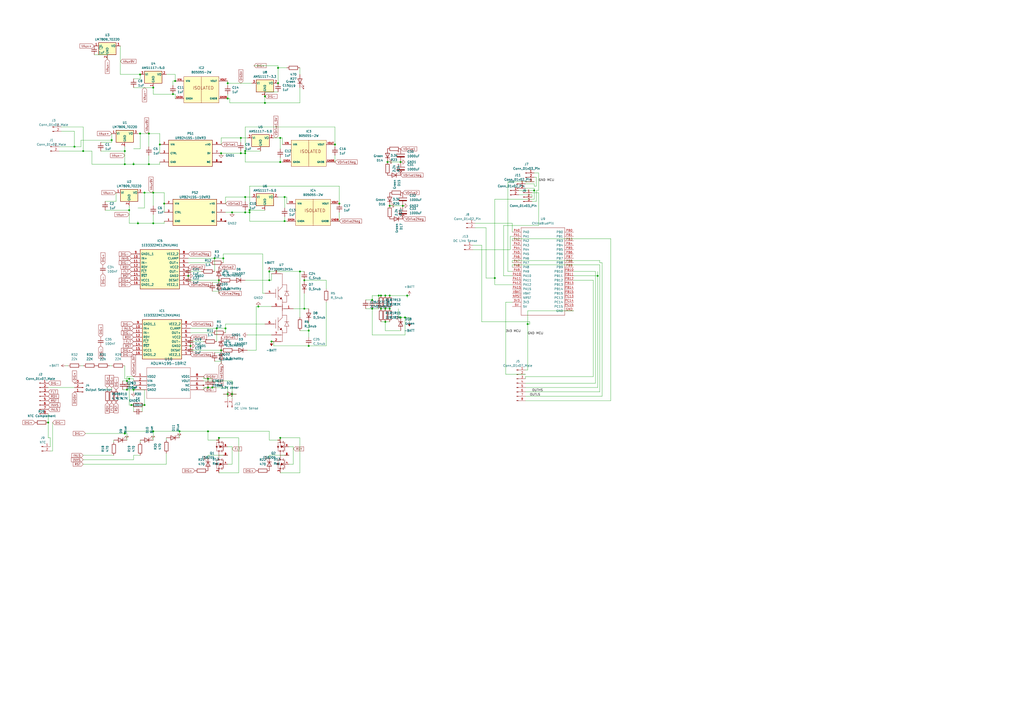
<source format=kicad_sch>
(kicad_sch (version 20230121) (generator eeschema)
  (paper "A2")
  (junction (at 81.28 77.47))
  (junction (at 101.6 46.99))
  (junction (at 27.94 245.11))
  (junction (at 128.27 88.9))
  (junction (at 156.21 162.56))
  (junction (at 215.9 179.07))
  (junction (at 92.71 83.82))
  (junction (at 73.66 220.98))
  (junction (at 100.33 54.61))
  (junction (at 86.36 77.47))
  (junction (at 153.67 55.88))
  (junction (at 139.7 88.9))
  (junction (at 142.24 114.3))
  (junction (at 72.39 95.25))
  (junction (at 153.67 59.69))
  (junction (at 287.02 161.29))
  (junction (at 104.14 250.19))
  (junction (at 144.78 121.92))
  (junction (at 74.93 219.71))
  (junction (at 196.85 118.11))
  (junction (at 83.82 234.95))
  (junction (at 161.29 48.26))
  (junction (at 73.66 226.06))
  (junction (at 128.27 203.2))
  (junction (at 346.71 160.02))
  (junction (at 130.81 190.5))
  (junction (at 83.82 111.76))
  (junction (at 223.52 186.69))
  (junction (at 144.78 123.19))
  (junction (at 176.53 162.56))
  (junction (at 194.31 83.82))
  (junction (at 127 162.56))
  (junction (at 109.22 160.02))
  (junction (at 132.08 57.15))
  (junction (at 162.56 254))
  (junction (at 48.26 87.63))
  (junction (at 219.71 171.45))
  (junction (at 132.08 48.26))
  (junction (at 129.54 149.86))
  (junction (at 88.9 50.8))
  (junction (at 127 254))
  (junction (at 74.93 121.92))
  (junction (at 226.06 171.45))
  (junction (at 64.77 81.28))
  (junction (at 124.46 149.86))
  (junction (at 179.07 200.66))
  (junction (at 120.65 250.19))
  (junction (at 226.06 119.38))
  (junction (at 77.47 226.06))
  (junction (at 80.01 129.54))
  (junction (at 72.39 87.63))
  (junction (at 226.06 179.07))
  (junction (at 236.22 171.45))
  (junction (at 215.9 173.99))
  (junction (at 95.25 118.11))
  (junction (at 132.08 228.6))
  (junction (at 157.48 198.12))
  (junction (at 156.21 157.48))
  (junction (at 142.24 88.9))
  (junction (at 232.41 184.15))
  (junction (at 223.52 171.45))
  (junction (at 134.62 123.19))
  (junction (at 309.88 110.49))
  (junction (at 142.24 87.63))
  (junction (at 234.95 184.15))
  (junction (at 162.56 80.01))
  (junction (at 232.41 93.98))
  (junction (at 165.1 128.27))
  (junction (at 120.65 219.71))
  (junction (at 220.98 171.45))
  (junction (at 88.9 111.76))
  (junction (at 123.19 224.79))
  (junction (at 76.2 234.95))
  (junction (at 110.49 200.66))
  (junction (at 139.7 80.01))
  (junction (at 43.18 85.09))
  (junction (at 134.62 228.6))
  (junction (at 88.9 250.19))
  (junction (at 77.47 95.25))
  (junction (at 179.07 191.77))
  (junction (at 306.07 187.96))
  (junction (at 224.79 93.98))
  (junction (at 125.73 190.5))
  (junction (at 162.56 93.98))
  (junction (at 173.99 157.48))
  (junction (at 142.24 123.19))
  (junction (at 220.98 179.07))
  (junction (at 149.86 177.8))
  (junction (at 161.29 39.37))
  (junction (at 165.1 114.3))
  (junction (at 176.53 179.07))
  (junction (at 223.52 179.07))
  (junction (at 233.68 119.38))
  (junction (at 88.9 129.54))
  (junction (at 81.28 43.18))
  (junction (at 86.36 95.25))
  (junction (at 120.65 224.79))
  (junction (at 72.39 251.46))
  (wire (pts (xy 189.23 162.56) (xy 176.53 162.56)))
  (wire (pts (xy 304.8 106.68) (xy 309.88 106.68)))
  (wire (pts (xy 88.9 250.19) (xy 104.14 250.19)))
  (wire (pts (xy 354.33 138.43) (xy 297.18 138.43)))
  (wire (pts (xy 88.9 129.54) (xy 95.25 129.54)))
  (wire (pts (xy 297.18 153.67) (xy 297.18 154.94)))
  (wire (pts (xy 346.71 160.02) (xy 346.71 157.48)))
  (wire (pts (xy 304.8 109.22) (xy 309.88 109.22)))
  (wire (pts (xy 153.67 53.34) (xy 153.67 55.88)))
  (wire (pts (xy 80.01 120.65) (xy 83.82 120.65)))
  (wire (pts (xy 176.53 170.18) (xy 176.53 179.07)))
  (wire (pts (xy 72.39 250.19) (xy 72.39 251.46)))
  (wire (pts (xy 118.11 224.79) (xy 118.11 226.06)))
  (wire (pts (xy 306.07 214.63) (xy 306.07 187.96)))
  (wire (pts (xy 64.77 82.55) (xy 64.77 81.28)))
  (wire (pts (xy 309.88 102.87) (xy 311.15 102.87)))
  (wire (pts (xy 309.88 106.68) (xy 309.88 107.95)))
  (wire (pts (xy 300.99 113.03) (xy 308.61 113.03)))
  (wire (pts (xy 127 168.91) (xy 127 170.18)))
  (wire (pts (xy 236.22 172.72) (xy 236.22 171.45)))
  (wire (pts (xy 88.9 54.61) (xy 88.9 50.8)))
  (wire (pts (xy 81.28 43.18) (xy 69.85 43.18)))
  (wire (pts (xy 156.21 264.16) (xy 167.64 264.16)))
  (wire (pts (xy 148.59 177.8) (xy 149.86 177.8)))
  (wire (pts (xy 34.29 87.63) (xy 48.26 87.63)))
  (wire (pts (xy 179.07 200.66) (xy 158.75 200.66)))
  (wire (pts (xy 295.91 137.16) (xy 297.18 137.16)))
  (wire (pts (xy 332.74 160.02) (xy 346.71 160.02)))
  (wire (pts (xy 332.74 157.48) (xy 345.44 157.48)))
  (wire (pts (xy 307.34 187.96) (xy 306.07 187.96)))
  (wire (pts (xy 347.98 152.4) (xy 349.25 152.4)))
  (wire (pts (xy 80.01 128.27) (xy 80.01 129.54)))
  (wire (pts (xy 179.07 191.77) (xy 179.07 195.58)))
  (wire (pts (xy 120.65 264.16) (xy 132.08 264.16)))
  (wire (pts (xy 58.42 82.55) (xy 64.77 82.55)))
  (wire (pts (xy 224.79 93.98) (xy 232.41 93.98)))
  (wire (pts (xy 275.59 132.08) (xy 281.94 132.08)))
  (wire (pts (xy 142.24 121.92) (xy 142.24 123.19)))
  (wire (pts (xy 64.77 224.79) (xy 64.77 226.06)))
  (wire (pts (xy 130.81 187.96) (xy 153.67 187.96)))
  (wire (pts (xy 124.46 204.47) (xy 128.27 204.47)))
  (wire (pts (xy 231.14 179.07) (xy 231.14 184.15)))
  (wire (pts (xy 88.9 111.76) (xy 95.25 111.76)))
  (wire (pts (xy 54.61 31.75) (xy 62.23 31.75)))
  (wire (pts (xy 161.29 38.1) (xy 161.29 39.37)))
  (wire (pts (xy 80.01 129.54) (xy 88.9 129.54)))
  (wire (pts (xy 27.94 254) (xy 27.94 245.11)))
  (wire (pts (xy 163.83 93.98) (xy 162.56 93.98)))
  (wire (pts (xy 162.56 254) (xy 173.99 254)))
  (wire (pts (xy 194.31 83.82) (xy 194.31 85.09)))
  (wire (pts (xy 69.85 43.18) (xy 69.85 26.67)))
  (wire (pts (xy 219.71 171.45) (xy 219.71 173.99)))
  (wire (pts (xy 309.88 109.22) (xy 309.88 110.49)))
  (wire (pts (xy 306.07 187.96) (xy 306.07 180.34)))
  (wire (pts (xy 134.62 123.19) (xy 130.81 123.19)))
  (wire (pts (xy 95.25 129.54) (xy 95.25 128.27)))
  (wire (pts (xy 156.21 157.48) (xy 156.21 162.56)))
  (wire (pts (xy 281.94 161.29) (xy 287.02 161.29)))
  (wire (pts (xy 109.22 157.48) (xy 116.84 157.48)))
  (wire (pts (xy 144.78 121.92) (xy 153.67 121.92)))
  (wire (pts (xy 152.4 147.32) (xy 152.4 170.18)))
  (wire (pts (xy 142.24 114.3) (xy 130.81 114.3)))
  (wire (pts (xy 132.08 54.61) (xy 132.08 57.15)))
  (wire (pts (xy 142.24 88.9) (xy 142.24 93.98)))
  (wire (pts (xy 162.56 93.98) (xy 142.24 93.98)))
  (wire (pts (xy 161.29 114.3) (xy 165.1 114.3)))
  (wire (pts (xy 194.31 83.82) (xy 194.31 73.66)))
  (wire (pts (xy 46.99 212.09) (xy 48.26 212.09)))
  (wire (pts (xy 88.9 250.19) (xy 72.39 250.19)))
  (wire (pts (xy 64.77 81.28) (xy 64.77 77.47)))
  (wire (pts (xy 311.15 107.95) (xy 309.88 107.95)))
  (wire (pts (xy 74.93 119.38) (xy 74.93 121.92)))
  (wire (pts (xy 132.08 48.26) (xy 146.05 48.26)))
  (wire (pts (xy 156.21 264.16) (xy 156.21 265.43)))
  (wire (pts (xy 163.83 80.01) (xy 163.83 83.82)))
  (wire (pts (xy 173.99 50.8) (xy 173.99 59.69)))
  (wire (pts (xy 166.37 128.27) (xy 165.1 128.27)))
  (wire (pts (xy 236.22 171.45) (xy 237.49 171.45)))
  (wire (pts (xy 309.88 100.33) (xy 312.42 100.33)))
  (wire (pts (xy 165.1 125.73) (xy 165.1 128.27)))
  (wire (pts (xy 307.34 186.69) (xy 307.34 187.96)))
  (wire (pts (xy 142.24 88.9) (xy 139.7 88.9)))
  (wire (pts (xy 128.27 80.01) (xy 128.27 83.82)))
  (wire (pts (xy 274.32 142.24) (xy 279.4 142.24)))
  (wire (pts (xy 82.55 111.76) (xy 83.82 111.76)))
  (wire (pts (xy 287.02 161.29) (xy 287.02 115.57)))
  (wire (pts (xy 132.08 224.79) (xy 132.08 228.6)))
  (wire (pts (xy 88.9 124.46) (xy 88.9 129.54)))
  (wire (pts (xy 43.18 85.09) (xy 46.99 85.09)))
  (wire (pts (xy 157.48 198.12) (xy 158.75 198.12)))
  (wire (pts (xy 132.08 48.26) (xy 132.08 49.53)))
  (wire (pts (xy 161.29 39.37) (xy 161.29 48.26)))
  (wire (pts (xy 153.67 59.69) (xy 153.67 55.88)))
  (wire (pts (xy 308.61 111.76) (xy 312.42 111.76)))
  (wire (pts (xy 142.24 114.3) (xy 142.24 116.84)))
  (wire (pts (xy 123.19 224.79) (xy 132.08 224.79)))
  (wire (pts (xy 88.9 119.38) (xy 88.9 111.76)))
  (wire (pts (xy 212.09 179.07) (xy 215.9 179.07)))
  (wire (pts (xy 297.18 165.1) (xy 287.02 165.1)))
  (wire (pts (xy 81.28 77.47) (xy 86.36 77.47)))
  (wire (pts (xy 62.23 31.75) (xy 62.23 34.29)))
  (wire (pts (xy 48.26 87.63) (xy 53.34 87.63)))
  (wire (pts (xy 162.56 255.27) (xy 162.56 254)))
  (wire (pts (xy 104.14 250.19) (xy 104.14 254)))
  (wire (pts (xy 274.32 144.78) (xy 295.91 144.78)))
  (wire (pts (xy 293.37 175.26) (xy 297.18 175.26)))
  (wire (pts (xy 81.28 86.36) (xy 81.28 77.47)))
  (wire (pts (xy 86.36 90.17) (xy 86.36 95.25)))
  (wire (pts (xy 30.48 245.11) (xy 30.48 261.62)))
  (wire (pts (xy 73.66 251.46) (xy 73.66 255.27)))
  (wire (pts (xy 304.8 232.41) (xy 354.33 232.41)))
  (wire (pts (xy 133.35 59.69) (xy 133.35 57.15)))
  (wire (pts (xy 281.94 132.08) (xy 281.94 161.29)))
  (wire (pts (xy 308.61 113.03) (xy 308.61 114.3)))
  (wire (pts (xy 86.36 77.47) (xy 92.71 77.47)))
  (wire (pts (xy 100.33 54.61) (xy 88.9 54.61)))
  (wire (pts (xy 294.64 157.48) (xy 294.64 105.41)))
  (wire (pts (xy 173.99 191.77) (xy 179.07 191.77)))
  (wire (pts (xy 82.55 238.76) (xy 82.55 234.95)))
  (wire (pts (xy 83.82 226.06) (xy 77.47 226.06)))
  (wire (pts (xy 72.39 95.25) (xy 77.47 95.25)))
  (wire (pts (xy 73.66 218.44) (xy 77.47 218.44)))
  (wire (pts (xy 29.21 259.08) (xy 29.21 254)))
  (wire (pts (xy 77.47 45.72) (xy 81.28 45.72)))
  (wire (pts (xy 312.42 111.76) (xy 312.42 130.81)))
  (wire (pts (xy 83.82 120.65) (xy 83.82 111.76)))
  (wire (pts (xy 142.24 87.63) (xy 151.13 87.63)))
  (wire (pts (xy 144.78 121.92) (xy 144.78 123.19)))
  (wire (pts (xy 139.7 88.9) (xy 128.27 88.9)))
  (wire (pts (xy 125.73 198.12) (xy 125.73 190.5)))
  (wire (pts (xy 279.4 142.24) (xy 279.4 186.69)))
  (wire (pts (xy 148.59 203.2) (xy 148.59 177.8)))
  (wire (pts (xy 92.71 95.25) (xy 92.71 93.98)))
  (wire (pts (xy 161.29 39.37) (xy 166.37 39.37)))
  (wire (pts (xy 170.18 259.08) (xy 170.18 269.24)))
  (wire (pts (xy 77.47 93.98) (xy 77.47 95.25)))
  (wire (pts (xy 101.6 57.15) (xy 101.6 54.61)))
  (wire (pts (xy 306.07 180.34) (xy 332.74 180.34)))
  (wire (pts (xy 134.62 220.98) (xy 134.62 228.6)))
  (wire (pts (xy 139.7 80.01) (xy 128.27 80.01)))
  (wire (pts (xy 130.81 193.04) (xy 130.81 190.5)))
  (wire (pts (xy 332.74 162.56) (xy 344.17 162.56)))
  (wire (pts (xy 77.47 95.25) (xy 86.36 95.25)))
  (wire (pts (xy 287.02 115.57) (xy 309.88 115.57)))
  (wire (pts (xy 133.35 57.15) (xy 132.08 57.15)))
  (wire (pts (xy 86.36 85.09) (xy 86.36 77.47)))
  (wire (pts (xy 297.18 157.48) (xy 294.64 157.48)))
  (wire (pts (xy 157.48 162.56) (xy 157.48 158.75)))
  (wire (pts (xy 162.56 80.01) (xy 162.56 86.36)))
  (wire (pts (xy 101.6 54.61) (xy 100.33 54.61)))
  (wire (pts (xy 158.75 80.01) (xy 162.56 80.01)))
  (wire (pts (xy 196.85 118.11) (xy 196.85 107.95)))
  (wire (pts (xy 294.64 105.41) (xy 309.88 105.41)))
  (wire (pts (xy 48.26 73.66) (xy 48.26 87.63)))
  (wire (pts (xy 104.14 250.19) (xy 120.65 250.19)))
  (wire (pts (xy 165.1 128.27) (xy 144.78 128.27)))
  (wire (pts (xy 189.23 175.26) (xy 189.23 200.66)))
  (wire (pts (xy 101.6 43.18) (xy 101.6 46.99)))
  (wire (pts (xy 212.09 173.99) (xy 215.9 173.99)))
  (wire (pts (xy 189.23 167.64) (xy 189.23 162.56)))
  (wire (pts (xy 72.39 219.71) (xy 74.93 219.71)))
  (wire (pts (xy 110.49 203.2) (xy 128.27 203.2)))
  (wire (pts (xy 77.47 234.95) (xy 76.2 234.95)))
  (wire (pts (xy 127 254) (xy 138.43 254)))
  (wire (pts (xy 149.86 177.8) (xy 157.48 177.8)))
  (wire (pts (xy 137.16 228.6) (xy 134.62 228.6)))
  (wire (pts (xy 347.98 153.67) (xy 297.18 153.67)))
  (wire (pts (xy 77.47 226.06) (xy 77.47 227.33)))
  (wire (pts (xy 220.98 171.45) (xy 223.52 171.45)))
  (wire (pts (xy 127 255.27) (xy 127 254)))
  (wire (pts (xy 125.73 190.5) (xy 130.81 190.5)))
  (wire (pts (xy 196.85 107.95) (xy 144.78 107.95)))
  (wire (pts (xy 344.17 162.56) (xy 344.17 218.44)))
  (wire (pts (xy 144.78 123.19) (xy 142.24 123.19)))
  (wire (pts (xy 92.71 83.82) (xy 92.71 88.9)))
  (wire (pts (xy 129.54 149.86) (xy 129.54 152.4)))
  (wire (pts (xy 132.08 228.6) (xy 132.08 231.14)))
  (wire (pts (xy 124.46 157.48) (xy 124.46 149.86)))
  (wire (pts (xy 77.47 86.36) (xy 81.28 86.36)))
  (wire (pts (xy 142.24 73.66) (xy 142.24 87.63)))
  (wire (pts (xy 139.7 87.63) (xy 139.7 88.9)))
  (wire (pts (xy 312.42 130.81) (xy 292.1 130.81)))
  (wire (pts (xy 146.05 114.3) (xy 142.24 114.3)))
  (wire (pts (xy 72.39 85.09) (xy 72.39 87.63)))
  (wire (pts (xy 74.93 121.92) (xy 74.93 129.54)))
  (wire (pts (xy 58.42 87.63) (xy 72.39 87.63)))
  (wire (pts (xy 215.9 179.07) (xy 219.71 179.07)))
  (wire (pts (xy 176.53 179.07) (xy 179.07 179.07)))
  (wire (pts (xy 142.24 162.56) (xy 156.21 162.56)))
  (wire (pts (xy 173.99 157.48) (xy 173.99 184.15)))
  (wire (pts (xy 165.1 114.3) (xy 166.37 114.3)))
  (wire (pts (xy 309.88 110.49) (xy 309.88 115.57)))
  (wire (pts (xy 95.25 111.76) (xy 95.25 118.11)))
  (wire (pts (xy 92.71 77.47) (xy 92.71 83.82)))
  (wire (pts (xy 83.82 234.95) (xy 83.82 226.06)))
  (wire (pts (xy 129.54 147.32) (xy 152.4 147.32)))
  (wire (pts (xy 167.64 269.24) (xy 170.18 269.24)))
  (wire (pts (xy 231.14 184.15) (xy 232.41 184.15)))
  (wire (pts (xy 74.93 219.71) (xy 74.93 234.95)))
  (wire (pts (xy 223.52 191.77) (xy 223.52 186.69)))
  (wire (pts (xy 287.02 165.1) (xy 287.02 161.29)))
  (wire (pts (xy 48.26 266.7) (xy 77.47 266.7)))
  (wire (pts (xy 161.29 53.34) (xy 153.67 53.34)))
  (wire (pts (xy 347.98 151.13) (xy 347.98 152.4)))
  (wire (pts (xy 215.9 179.07) (xy 215.9 194.31)))
  (wire (pts (xy 179.07 186.69) (xy 179.07 191.77)))
  (wire (pts (xy 72.39 87.63) (xy 72.39 95.25)))
  (wire (pts (xy 110.49 190.5) (xy 125.73 190.5)))
  (wire (pts (xy 81.28 256.54) (xy 81.28 255.27)))
  (wire (pts (xy 72.39 251.46) (xy 49.53 251.46)))
  (wire (pts (xy 109.22 162.56) (xy 127 162.56)))
  (wire (pts (xy 138.43 274.32) (xy 138.43 254)))
  (wire (pts (xy 77.47 50.8) (xy 88.9 50.8)))
  (wire (pts (xy 27.94 240.03) (xy 27.94 245.11)))
  (wire (pts (xy 128.27 209.55) (xy 128.27 210.82)))
  (wire (pts (xy 158.75 200.66) (xy 158.75 198.12)))
  (wire (pts (xy 67.31 111.76) (xy 67.31 116.84)))
  (wire (pts (xy 120.65 224.79) (xy 123.19 224.79)))
  (wire (pts (xy 220.98 186.69) (xy 223.52 186.69)))
  (wire (pts (xy 304.8 214.63) (xy 306.07 214.63)))
  (wire (pts (xy 162.56 91.44) (xy 162.56 93.98)))
  (wire (pts (xy 215.9 194.31) (xy 234.95 194.31)))
  (wire (pts (xy 173.99 157.48) (xy 156.21 157.48)))
  (wire (pts (xy 133.35 59.69) (xy 153.67 59.69)))
  (wire (pts (xy 129.54 228.6) (xy 132.08 228.6)))
  (wire (pts (xy 232.41 191.77) (xy 223.52 191.77)))
  (wire (pts (xy 219.71 171.45) (xy 220.98 171.45)))
  (wire (pts (xy 120.65 255.27) (xy 120.65 250.19)))
  (wire (pts (xy 279.4 186.69) (xy 307.34 186.69)))
  (wire (pts (xy 123.19 168.91) (xy 127 168.91)))
  (wire (pts (xy 297.18 152.4) (xy 297.18 151.13)))
  (wire (pts (xy 194.31 90.17) (xy 194.31 93.98)))
  (wire (pts (xy 35.56 73.66) (xy 48.26 73.66)))
  (wire (pts (xy 73.66 218.44) (xy 73.66 220.98)))
  (wire (pts (xy 81.28 43.18) (xy 81.28 45.72)))
  (wire (pts (xy 223.52 186.69) (xy 226.06 186.69)))
  (wire (pts (xy 80.01 77.47) (xy 81.28 77.47)))
  (wire (pts (xy 132.08 259.08) (xy 134.62 259.08)))
  (wire (pts (xy 34.29 85.09) (xy 43.18 85.09)))
  (wire (pts (xy 311.15 102.87) (xy 311.15 107.95)))
  (wire (pts (xy 110.49 198.12) (xy 118.11 198.12)))
  (wire (pts (xy 308.61 116.84) (xy 311.15 116.84)))
  (wire (pts (xy 95.25 118.11) (xy 95.25 123.19)))
  (wire (pts (xy 162.56 274.32) (xy 173.99 274.32)))
  (wire (pts (xy 237.49 186.69) (xy 237.49 184.15)))
  (wire (pts (xy 134.62 228.6) (xy 134.62 231.14)))
  (wire (pts (xy 100.33 46.99) (xy 101.6 46.99)))
  (wire (pts (xy 124.46 209.55) (xy 128.27 209.55)))
  (wire (pts (xy 120.65 250.19) (xy 156.21 250.19)))
  (wire (pts (xy 38.1 212.09) (xy 39.37 212.09)))
  (wire (pts (xy 292.1 160.02) (xy 297.18 160.02)))
  (wire (pts (xy 96.52 255.27) (xy 96.52 254)))
  (wire (pts (xy 73.66 251.46) (xy 72.39 251.46)))
  (wire (pts (xy 144.78 107.95) (xy 144.78 121.92)))
  (wire (pts (xy 130.81 114.3) (xy 130.81 118.11)))
  (wire (pts (xy 35.56 76.2) (xy 43.18 76.2)))
  (wire (pts (xy 86.36 95.25) (xy 92.71 95.25)))
  (wire (pts (xy 43.18 76.2) (xy 43.18 85.09)))
  (wire (pts (xy 60.96 116.84) (xy 67.31 116.84)))
  (wire (pts (xy 170.18 179.07) (xy 176.53 179.07)))
  (wire (pts (xy 297.18 138.43) (xy 297.18 139.7)))
  (wire (pts (xy 71.12 220.98) (xy 73.66 220.98)))
  (wire (pts (xy 215.9 171.45) (xy 219.71 171.45)))
  (wire (pts (xy 345.44 157.48) (xy 345.44 222.25)))
  (wire (pts (xy 109.22 152.4) (xy 121.92 152.4)))
  (wire (pts (xy 71.12 226.06) (xy 73.66 226.06)))
  (wire (pts (xy 226.06 171.45) (xy 236.22 171.45)))
  (wire (pts (xy 118.11 219.71) (xy 118.11 218.44)))
  (wire (pts (xy 165.1 114.3) (xy 165.1 120.65)))
  (wire (pts (xy 234.95 184.15) (xy 237.49 184.15)))
  (wire (pts (xy 30.48 261.62) (xy 29.21 261.62)))
  (wire (pts (xy 234.95 194.31) (xy 234.95 184.15)))
  (wire (pts (xy 292.1 130.81) (xy 292.1 160.02)))
  (wire (pts (xy 128.27 204.47) (xy 128.27 203.2)))
  (wire (pts (xy 46.99 85.09) (xy 46.99 81.28)))
  (wire (pts (xy 311.15 110.49) (xy 311.15 116.84)))
  (wire (pts (xy 62.23 224.79) (xy 62.23 226.06)))
  (wire (pts (xy 81.28 264.16) (xy 77.47 264.16)))
  (wire (pts (xy 304.8 224.79) (xy 346.71 224.79)))
  (wire (pts (xy 162.56 80.01) (xy 163.83 80.01)))
  (wire (pts (xy 194.31 73.66) (xy 142.24 73.66)))
  (wire (pts (xy 144.78 123.19) (xy 144.78 128.27)))
  (wire (pts (xy 77.47 238.76) (xy 77.47 234.95)))
  (wire (pts (xy 60.96 121.92) (xy 74.93 121.92)))
  (wire (pts (xy 293.37 217.17) (xy 293.37 175.26)))
  (wire (pts (xy 46.99 81.28) (xy 64.77 81.28)))
  (wire (pts (xy 82.55 234.95) (xy 83.82 234.95)))
  (wire (pts (xy 76.2 234.95) (xy 74.93 234.95)))
  (wire (pts (xy 347.98 227.33) (xy 347.98 153.67)))
  (wire (pts (xy 304.8 222.25) (xy 345.44 222.25)))
  (wire (pts (xy 73.66 226.06) (xy 77.47 226.06)))
  (wire (pts (xy 132.08 269.24) (xy 134.62 269.24)))
  (wire (pts (xy 139.7 80.01) (xy 139.7 82.55)))
  (wire (pts (xy 96.52 43.18) (xy 101.6 43.18)))
  (wire (pts (xy 134.62 259.08) (xy 134.62 269.24)))
  (wire (pts (xy 120.65 219.71) (xy 123.19 219.71)))
  (wire (pts (xy 275.59 129.54) (xy 297.18 129.54)))
  (wire (pts (xy 143.51 80.01) (xy 139.7 80.01)))
  (wire (pts (xy 132.08 46.99) (xy 132.08 48.26)))
  (wire (pts (xy 143.51 203.2) (xy 148.59 203.2)))
  (wire (pts (xy 142.24 87.63) (xy 142.24 88.9)))
  (wire (pts (xy 157.48 194.31) (xy 143.51 194.31)))
  (wire (pts (xy 297.18 151.13) (xy 347.98 151.13)))
  (wire (pts (xy 223.52 171.45) (xy 226.06 171.45)))
  (wire (pts (xy 129.54 147.32) (xy 129.54 149.86)))
  (wire (pts (xy 48.26 269.24) (xy 96.52 269.24)))
  (wire (pts (xy 120.65 224.79) (xy 118.11 224.79)))
  (wire (pts (xy 173.99 274.32) (xy 173.99 254)))
  (wire (pts (xy 354.33 232.41) (xy 354.33 138.43)))
  (wire (pts (xy 304.8 218.44) (xy 304.8 219.71)))
  (wire (pts (xy 295.91 137.16) (xy 295.91 144.78)))
  (wire (pts (xy 226.06 119.38) (xy 233.68 119.38)))
  (wire (pts (xy 196.85 123.19) (xy 196.85 128.27)))
  (wire (pts (xy 77.47 223.52) (xy 77.47 226.06)))
  (wire (pts (xy 189.23 200.66) (xy 179.07 200.66)))
  (wire (pts (xy 120.65 255.27) (xy 127 255.27)))
  (wire (pts (xy 344.17 218.44) (xy 304.8 218.44)))
  (wire (pts (xy 349.25 229.87) (xy 349.25 152.4)))
  (wire (pts (xy 74.93 129.54) (xy 80.01 129.54)))
  (wire (pts (xy 293.37 217.17) (xy 304.8 217.17)))
  (wire (pts (xy 77.47 219.71) (xy 77.47 220.98)))
  (wire (pts (xy 127 163.83) (xy 127 162.56)))
  (wire (pts (xy 100.33 49.53) (xy 100.33 46.99)))
  (wire (pts (xy 176.53 157.48) (xy 173.99 157.48)))
  (wire (pts (xy 156.21 255.27) (xy 162.56 255.27)))
  (wire (pts (xy 83.82 111.76) (xy 88.9 111.76)))
  (wire (pts (xy 215.9 173.99) (xy 215.9 171.45)))
  (wire (pts (xy 63.5 212.09) (xy 64.77 212.09)))
  (wire (pts (xy 147.32 38.1) (xy 161.29 38.1)))
  (wire (pts (xy 166.37 114.3) (xy 166.37 118.11)))
  (wire (pts (xy 134.62 220.98) (xy 118.11 220.98)))
  (wire (pts (xy 220.98 179.07) (xy 223.52 179.07)))
  (wire (pts (xy 66.04 256.54) (xy 66.04 255.27)))
  (wire (pts (xy 96.52 262.89) (xy 96.52 269.24)))
  (wire (pts (xy 120.65 264.16) (xy 120.65 265.43)))
  (wire (pts (xy 74.93 219.71) (xy 77.47 219.71)))
  (wire (pts (xy 232.41 184.15) (xy 234.95 184.15)))
  (wire (pts (xy 123.19 163.83) (xy 127 163.83)))
  (wire (pts (xy 130.81 190.5) (xy 130.81 187.96)))
  (wire (pts (xy 167.64 259.08) (xy 170.18 259.08)))
  (wire (pts (xy 156.21 162.56) (xy 157.48 162.56)))
  (wire (pts (xy 48.26 264.16) (xy 66.04 264.16)))
  (wire (pts (xy 27.94 224.79) (xy 43.18 224.79)))
  (wire (pts (xy 223.52 179.07) (xy 226.06 179.07)))
  (wire (pts (xy 53.34 95.25) (xy 72.39 95.25)))
  (wire (pts (xy 304.8 229.87) (xy 349.25 229.87)))
  (wire (pts (xy 53.34 87.63) (xy 53.34 95.25)))
  (wire (pts (xy 109.22 149.86) (xy 124.46 149.86)))
  (wire (pts (xy 297.18 129.54) (xy 297.18 134.62)))
  (wire (pts (xy 312.42 100.33) (xy 312.42 110.49)))
  (wire (pts (xy 152.4 170.18) (xy 153.67 170.18)))
  (wire (pts (xy 88.9 250.19) (xy 88.9 255.27)))
  (wire (pts (xy 124.46 149.86) (xy 129.54 149.86)))
  (wire (pts (xy 120.65 219.71) (xy 118.11 219.71)))
  (wire (pts (xy 312.42 110.49) (xy 311.15 110.49)))
  (wire (pts (xy 153.67 59.69) (xy 173.99 59.69)))
  (wire (pts (xy 304.8 227.33) (xy 347.98 227.33)))
  (wire (pts (xy 72.39 212.09) (xy 72.39 219.71)))
  (wire (pts (xy 156.21 255.27) (xy 156.21 250.19)))
  (wire (pts (xy 110.49 193.04) (xy 123.19 193.04)))
  (wire (pts (xy 346.71 224.79) (xy 346.71 160.02)))
  (wire (pts (xy 127 274.32) (xy 138.43 274.32)))
  (wire (pts (xy 173.99 43.18) (xy 173.99 39.37)))
  (wire (pts (xy 29.21 254) (xy 27.94 254)))
  (wire (pts (xy 300.99 110.49) (xy 309.88 110.49)))
  (wire (pts (xy 77.47 264.16) (xy 77.47 266.7)))
  (wire (pts (xy 142.24 123.19) (xy 134.62 123.19)))
  (label "3V3 MCU" (at 293.37 193.04 0))
  (label "OUTLS" (at 307.34 229.87 0))
  (label "GND MCU" (at 306.07 194.31 0))
  (label "GND MCU" (at 312.42 105.41 0))
  (label "OUTHS" (at 308.61 227.33 0))
  (global_label "DIG-" (shape input) (at 76.2 152.4 180) (property "Intersheetrefs" "${INTERSHEET_REFS}" (effects hide)))
  (global_label "RST" (shape input) (at 48.26 269.24 180) (property "Intersheetrefs" "${INTERSHEET_REFS}" (effects hide)))
  (global_label "VAux-" (shape input) (at 83.82 50.8 270) (property "Intersheetrefs" "${INTERSHEET_REFS}" (effects hide)))
  (global_label "DIG5V" (shape input) (at 118.11 218.44 0) (property "Intersheetrefs" "${INTERSHEET_REFS}" (effects hide)))
  (global_label "RDY" (shape input) (at 27.94 229.87 0) (property "Intersheetrefs" "${INTERSHEET_REFS}" (effects hide)))
  (global_label "DIG+" (shape input) (at 77.47 203.2 180) (property "Intersheetrefs" "${INTERSHEET_REFS}" (effects hide)))
  (global_label "VDrive2Neg" (shape input) (at 127 170.18 0) (property "Intersheetrefs" "${INTERSHEET_REFS}" (effects hide)))
  (global_label "VDrive2" (shape input) (at 130.81 118.11 0) (property "Intersheetrefs" "${INTERSHEET_REFS}" (effects hide)))
  (global_label "DIG+" (shape input) (at 148.59 273.05 180) (property "Intersheetrefs" "${INTERSHEET_REFS}" (effects hide)))
  (global_label "VDrive1_5V" (shape input) (at 77.47 218.44 90) (property "Intersheetrefs" "${INTERSHEET_REFS}" (effects hide)))
  (global_label "INHS" (shape input) (at 27.94 234.95 0) (property "Intersheetrefs" "${INTERSHEET_REFS}" (effects hide)))
  (global_label "DIG+" (shape input) (at 20.32 245.11 180) (property "Intersheetrefs" "${INTERSHEET_REFS}" (effects hide)))
  (global_label "INHS" (shape input) (at 76.2 149.86 180) (property "Intersheetrefs" "${INTERSHEET_REFS}" (effects hide)))
  (global_label "RST" (shape input) (at 77.47 200.66 180) (property "Intersheetrefs" "${INTERSHEET_REFS}" (effects hide)))
  (global_label "VAux9V" (shape input) (at 87.63 111.76 90) (property "Intersheetrefs" "${INTERSHEET_REFS}" (effects hide)))
  (global_label "DIG-" (shape input) (at 67.31 226.06 90) (property "Intersheetrefs" "${INTERSHEET_REFS}" (effects hide)))
  (global_label "VDrive2Neg" (shape input) (at 196.85 128.27 0) (property "Intersheetrefs" "${INTERSHEET_REFS}" (effects hide)))
  (global_label "VAux9V" (shape input) (at 69.85 35.56 0) (property "Intersheetrefs" "${INTERSHEET_REFS}" (effects hide)))
  (global_label "VAux+" (shape input) (at 54.61 26.67 180) (property "Intersheetrefs" "${INTERSHEET_REFS}" (effects hide)))
  (global_label "DIG-" (shape input) (at 77.47 187.96 180) (property "Intersheetrefs" "${INTERSHEET_REFS}" (effects hide)))
  (global_label "VDrive1" (shape input) (at 110.49 195.58 0) (property "Intersheetrefs" "${INTERSHEET_REFS}" (effects hide)))
  (global_label "FLT" (shape input) (at 134.62 260.35 0) (property "Intersheetrefs" "${INTERSHEET_REFS}" (effects hide)))
  (global_label "DIG-" (shape input) (at 77.47 205.74 180) (property "Intersheetrefs" "${INTERSHEET_REFS}" (effects hide)))
  (global_label "DIG-" (shape input) (at 76.2 147.32 180) (property "Intersheetrefs" "${INTERSHEET_REFS}" (effects hide)))
  (global_label "INLS" (shape input) (at 48.26 264.16 180) (property "Intersheetrefs" "${INTERSHEET_REFS}" (effects hide)))
  (global_label "FLT" (shape input) (at 64.77 233.68 270) (property "Intersheetrefs" "${INTERSHEET_REFS}" (effects hide)))
  (global_label "DIG+" (shape input) (at 147.32 38.1 0) (property "Intersheetrefs" "${INTERSHEET_REFS}" (effects hide)))
  (global_label "VDrive2Neg" (shape input) (at 233.68 127 0) (property "Intersheetrefs" "${INTERSHEET_REFS}" (effects hide)))
  (global_label "VAux9V" (shape input) (at 85.09 77.47 90) (property "Intersheetrefs" "${INTERSHEET_REFS}" (effects hide)))
  (global_label "VDrive1" (shape input) (at 232.41 86.36 0) (property "Intersheetrefs" "${INTERSHEET_REFS}" (effects hide)))
  (global_label "DIG-" (shape input) (at 30.48 245.11 0) (property "Intersheetrefs" "${INTERSHEET_REFS}" (effects hide)))
  (global_label "RST" (shape input) (at 27.94 232.41 0) (property "Intersheetrefs" "${INTERSHEET_REFS}" (effects hide)))
  (global_label "DIG+" (shape input) (at 62.23 224.79 90) (property "Intersheetrefs" "${INTERSHEET_REFS}" (effects hide)))
  (global_label "DIG5V" (shape input) (at 139.7 48.26 90) (property "Intersheetrefs" "${INTERSHEET_REFS}" (effects hide)))
  (global_label "DIG+" (shape input) (at 113.03 273.05 180) (property "Intersheetrefs" "${INTERSHEET_REFS}" (effects hide)))
  (global_label "VDrive1Neg" (shape input) (at 110.49 187.96 0) (property "Intersheetrefs" "${INTERSHEET_REFS}" (effects hide)))
  (global_label "VAux-" (shape input) (at 62.23 34.29 270) (property "Intersheetrefs" "${INTERSHEET_REFS}" (effects hide)))
  (global_label "VDrive2" (shape input) (at 127 154.94 0) (property "Intersheetrefs" "${INTERSHEET_REFS}" (effects hide)))
  (global_label "DIG-" (shape input) (at 77.47 193.04 180) (property "Intersheetrefs" "${INTERSHEET_REFS}" (effects hide)))
  (global_label "VAux+" (shape input) (at 67.31 111.76 180) (property "Intersheetrefs" "${INTERSHEET_REFS}" (effects hide)))
  (global_label "VDrive1_5V" (shape input) (at 160.02 80.01 90) (property "Intersheetrefs" "${INTERSHEET_REFS}" (effects hide)))
  (global_label "DIG+" (shape input) (at 43.18 222.25 90) (property "Intersheetrefs" "${INTERSHEET_REFS}" (effects hide)))
  (global_label "RDY" (shape input) (at 76.2 154.94 180) (property "Intersheetrefs" "${INTERSHEET_REFS}" (effects hide)))
  (global_label "VDrive1" (shape input) (at 128.27 83.82 0) (property "Intersheetrefs" "${INTERSHEET_REFS}" (effects hide)))
  (global_label "FLT" (shape input) (at 76.2 157.48 180) (property "Intersheetrefs" "${INTERSHEET_REFS}" (effects hide)))
  (global_label "VDrive1Neg" (shape input) (at 194.31 93.98 0) (property "Intersheetrefs" "${INTERSHEET_REFS}" (effects hide)))
  (global_label "VDrive1Neg" (shape input) (at 110.49 205.74 0) (property "Intersheetrefs" "${INTERSHEET_REFS}" (effects hide)))
  (global_label "DIG-" (shape input) (at 59.69 158.75 270) (property "Intersheetrefs" "${INTERSHEET_REFS}" (effects hide)))
  (global_label "DIG-" (shape input) (at 58.42 200.66 270) (property "Intersheetrefs" "${INTERSHEET_REFS}" (effects hide)))
  (global_label "DIG+" (shape input) (at 58.42 195.58 90) (property "Intersheetrefs" "${INTERSHEET_REFS}" (effects hide)))
  (global_label "INHS" (shape input) (at 48.26 266.7 180) (property "Intersheetrefs" "${INTERSHEET_REFS}" (effects hide)))
  (global_label "VDrive1" (shape input) (at 128.27 195.58 0) (property "Intersheetrefs" "${INTERSHEET_REFS}" (effects hide)))
  (global_label "DIG+" (shape input) (at 76.2 162.56 180) (property "Intersheetrefs" "${INTERSHEET_REFS}" (effects hide)))
  (global_label "DIG-" (shape input) (at 76.2 165.1 180) (property "Intersheetrefs" "${INTERSHEET_REFS}" (effects hide)))
  (global_label "RST" (shape input) (at 67.31 233.68 270) (property "Intersheetrefs" "${INTERSHEET_REFS}" (effects hide)))
  (global_label "RST" (shape input) (at 76.2 160.02 180) (property "Intersheetrefs" "${INTERSHEET_REFS}" (effects hide)))
  (global_label "FLT" (shape input) (at 77.47 198.12 180) (property "Intersheetrefs" "${INTERSHEET_REFS}" (effects hide)))
  (global_label "DIG5V" (shape input) (at 43.18 227.33 270) (property "Intersheetrefs" "${INTERSHEET_REFS}" (effects hide)))
  (global_label "VAux-" (shape input) (at 72.39 90.17 180) (property "Intersheetrefs" "${INTERSHEET_REFS}" (effects hide)))
  (global_label "FLT" (shape input) (at 27.94 227.33 0) (property "Intersheetrefs" "${INTERSHEET_REFS}" (effects hide)))
  (global_label "DIG-" (shape input) (at 118.11 226.06 0) (property "Intersheetrefs" "${INTERSHEET_REFS}" (effects hide)))
  (global_label "RDY" (shape input) (at 62.23 233.68 270) (property "Intersheetrefs" "${INTERSHEET_REFS}" (effects hide)))
  (global_label "DIG-" (shape input) (at 27.94 222.25 0) (property "Intersheetrefs" "${INTERSHEET_REFS}" (effects hide)))
  (global_label "VDrive1Neg" (shape input) (at 128.27 210.82 270) (property "Intersheetrefs" "${INTERSHEET_REFS}" (effects hide)))
  (global_label "DIG+" (shape input) (at 59.69 153.67 90) (property "Intersheetrefs" "${INTERSHEET_REFS}" (effects hide)))
  (global_label "VDrive2" (shape input) (at 233.68 111.76 0) (property "Intersheetrefs" "${INTERSHEET_REFS}" (effects hide)))
  (global_label "RDY" (shape input) (at 170.18 260.35 0) (property "Intersheetrefs" "${INTERSHEET_REFS}" (effects hide)))
  (global_label "DIG+" (shape input) (at 64.77 224.79 90) (property "Intersheetrefs" "${INTERSHEET_REFS}" (effects hide)))
  (global_label "VDrive2Neg" (shape input) (at 109.22 165.1 0) (property "Intersheetrefs" "${INTERSHEET_REFS}" (effects hide)))
  (global_label "VAux-" (shape input) (at 74.93 124.46 180) (property "Intersheetrefs" "${INTERSHEET_REFS}" (effects hide)))
  (global_label "DIG-" (shape input) (at 49.53 251.46 180) (property "Intersheetrefs" "${INTERSHEET_REFS}" (effects hide)))
  (global_label "VDrive2Neg" (shape input) (at 109.22 147.32 0) (property "Intersheetrefs" "${INTERSHEET_REFS}" (effects hide)))
  (global_label "VDrive1Neg" (shape input) (at 232.41 101.6 0) (property "Intersheetrefs" "${INTERSHEET_REFS}" (effects hide)))
  (global_label "INLS" (shape input) (at 77.47 190.5 180) (property "Intersheetrefs" "${INTERSHEET_REFS}" (effects hide)))
  (global_label "DIG-" (shape input) (at 153.67 55.88 0) (property "Intersheetrefs" "${INTERSHEET_REFS}" (effects hide)))
  (global_label "RDY" (shape input) (at 77.47 195.58 180) (property "Intersheetrefs" "${INTERSHEET_REFS}" (effects hide)))
  (global_label "INLS" (shape input) (at 27.94 237.49 0) (property "Intersheetrefs" "${INTERSHEET_REFS}" (effects hide)))
  (global_label "VDrive2" (shape input) (at 109.22 154.94 0) (property "Intersheetrefs" "${INTERSHEET_REFS}" (effects hide)))
  (global_label "VAux+" (shape input) (at 64.77 77.47 180) (property "Intersheetrefs" "${INTERSHEET_REFS}" (effects hide)))
  (symbol (lib_id "Device:R") (at 224.79 97.79 180) (unit 1)
    (property "Reference" "R24" (at 231.14 97.79 90))
    (property "Value" "2.2k" (at 228.6 97.79 90))
    (property "Footprint" "Resistor_SMD:R_0603_1608Metric_Pad0.98x0.95mm_HandSolder" (effects hide))
  )
  (symbol (lib_id "Device:C_Small") (at 88.9 121.92 0) (unit 1)
    (property "Reference" "C6" (at 91.44 120.6562 0) (effects (justify left)))
    (property "Value" "1uF" (at 91.44 123.1962 0) (effects (justify left)))
    (property "Footprint" "Capacitor_SMD:C_1206_3216Metric_Pad1.33x1.80mm_HandSolder" (effects hide))
  )
  (symbol (lib_id "power:GND2") (at 233.68 119.38 90) (unit 1)
    (property "Reference" "#PWR011" (effects hide))
    (property "Value" "GND2" (at 237.49 119.38 90) (effects (justify right)))
  )
  (symbol (lib_id "Regulator_Linear:AMS1117-5.0") (at 88.9 43.18 0) (unit 1)
    (property "Reference" "U4" (at 88.9 36.83 0))
    (property "Value" "AMS1117-5.0" (at 88.9 39.37 0))
    (property "Footprint" "Package_TO_SOT_SMD:SOT-223-3_TabPin2" (effects hide))
    (property "Datasheet" "http://www.advanced-monolithic.com/pdf/ds1117.pdf" (effects hide))
  )
  (symbol (lib_id "Device:C_Small") (at 100.33 52.07 0) (unit 1)
    (property "Reference" "C11" (at 102.87 50.8062 0) (effects (justify left)))
    (property "Value" "1uF" (at 102.87 53.3462 0) (effects (justify left)))
    (property "Footprint" "Capacitor_SMD:C_1206_3216Metric_Pad1.33x1.80mm_HandSolder" (effects hide))
  )
  (symbol (lib_id "Regulator_Linear:AMS1117-5.0") (at 153.67 114.3 0) (unit 1)
    (property "Reference" "U6" (at 153.67 107.95 0))
    (property "Value" "AMS1117-5.0" (at 153.67 110.49 0))
    (property "Footprint" "Package_TO_SOT_SMD:SOT-223-3_TabPin2" (effects hide))
    (property "Datasheet" "http://www.advanced-monolithic.com/pdf/ds1117.pdf" (effects hide))
  )
  (symbol (lib_id "Regulator_Linear:AMS1117-3.3") (at 153.67 48.26 0) (unit 1)
    (property "Reference" "U8" (at 153.67 41.91 0))
    (property "Value" "AMS1117-3.3" (at 153.67 44.45 0))
    (property "Footprint" "Package_TO_SOT_SMD:SOT-223-3_TabPin2" (effects hide))
    (property "Datasheet" "http://www.advanced-monolithic.com/pdf/ds1117.pdf" (effects hide))
  )
  (symbol (lib_id "power:+BATT") (at 38.1 212.09 90) (unit 1)
    (property "Reference" "#PWR014" (effects hide))
    (property "Value" "+BATT" (at 34.29 212.09 90) (effects (justify left)))
  )
  (symbol (lib_id "Device:LED") (at 229.87 127 180) (unit 1)
    (property "Reference" "D17" (at 232.7275 129.54 90) (effects (justify left)))
    (property "Value" "Green" (at 230.1875 129.54 90) (effects (justify left)))
    (property "Footprint" "LED_SMD:LED_0805_2012Metric_Pad1.15x1.40mm_HandSolder" (effects hide))
  )
  (symbol (lib_id "Connector:Conn_01x02_Pin") (at 299.72 106.68 0) (unit 1)
    (property "Reference" "J11" (at 300.355 101.6 0))
    (property "Value" "Conn_01x02_Pin" (at 300.355 104.14 0))
    (property "Footprint" "Connector_PinHeader_1.27mm:PinHeader_1x02_P1.27mm_Vertical" (effects hide))
  )
  (symbol (lib_id "Device:C_Small") (at 73.66 223.52 0) (unit 1)
    (property "Reference" "C3" (at 76.2 222.2562 0) (effects (justify left)))
    (property "Value" "1uF" (at 76.2 224.7962 0) (effects (justify left)))
    (property "Footprint" "Capacitor_SMD:C_1206_3216Metric_Pad1.33x1.80mm_HandSolder" (effects hide))
  )
  (symbol (lib_id "Device:C_Small") (at 142.24 119.38 0) (unit 1)
    (property "Reference" "C10" (at 144.78 118.1162 0) (effects (justify left)))
    (property "Value" "1uF" (at 144.78 120.6562 0) (effects (justify left)))
    (property "Footprint" "Capacitor_SMD:C_1206_3216Metric_Pad1.33x1.80mm_HandSolder" (effects hide))
  )
  (symbol (lib_id "Device:R") (at 220.98 175.26 0) (unit 1)
    (property "Reference" "R16" (at 223.52 173.9899 0) (effects (justify left)))
    (property "Value" "22K" (at 223.52 176.5299 0) (effects (justify left)))
    (property "Footprint" "Resistor_SMD:R_1206_3216Metric_Pad1.30x1.75mm_HandSolder" (effects hide))
  )
  (symbol (lib_id "Connector:Conn_01x08_Pin") (at 22.86 229.87 0) (unit 1)
    (property "Reference" "J2" (at 23.495 217.17 0))
    (property "Value" "Conn_01x07_Male" (at 23.495 219.71 0))
    (property "Footprint" "Connector_JST:JST_XH_B8B-XH-A_1x08_P2.50mm_Vertical" (effects hide))
  )
  (symbol (lib_id "Device:C_Small") (at 176.53 160.02 0) (unit 1)
    (property "Reference" "C24" (at 179.07 158.7562 0) (effects (justify left)))
    (property "Value" "C_Snub" (at 179.07 161.2962 0) (effects (justify left)))
    (property "Footprint" "Capacitor_THT:C_Rect_L24.0mm_W8.3mm_P22.50mm_MKT" (effects hide))
  )
  (symbol (lib_id "Device:C_Small") (at 219.71 176.53 0) (unit 1)
    (property "Reference" "C28" (at 222.25 175.2662 0) (effects (justify left)))
    (property "Value" "22nF" (at 222.25 177.8062 0) (effects (justify left)))
    (property "Footprint" "Capacitor_SMD:C_1206_3216Metric_Pad1.33x1.80mm_HandSolder" (effects hide))
  )
  (symbol (lib_id "Device:D") (at 179.07 182.88 90) (unit 1)
    (property "Reference" "D8" (at 181.61 181.6099 90) (effects (justify right)))
    (property "Value" "D_Snub" (at 181.61 184.1499 90) (effects (justify right)))
    (property "Footprint" "Diode_THT:D_DO-201AE_P15.24mm_Horizontal" (effects hide))
  )
  (symbol (lib_id "Device:D") (at 139.7 203.2 180) (unit 1)
    (property "Reference" "D3" (at 139.7 196.85 0))
    (property "Value" "1N4007" (at 139.7 199.39 0))
    (property "Footprint" "Diode_SMD:D_SMA_Handsoldering" (effects hide))
  )
  (symbol (lib_id "Device:R") (at 189.23 171.45 180) (unit 1)
    (property "Reference" "R5" (at 191.77 170.1799 0) (effects (justify right)))
    (property "Value" "R_Snub" (at 191.77 172.7199 0) (effects (justify right)))
    (property "Footprint" "Resistor_THT:R_Box_L26.0mm_W5.0mm_P20.00mm" (effects hide))
  )
  (symbol (lib_id "Device:D_Schottky") (at 128.27 207.01 270) (unit 1)
    (property "Reference" "D2" (at 130.81 205.4224 90) (effects (justify left)))
    (property "Value" "D_Schottky" (at 130.81 207.9624 90) (effects (justify left)))
    (property "Footprint" "Diode_SMD:D_SMA_Handsoldering" (effects hide))
  )
  (symbol (lib_id "8205a:FS8205") (at 162.56 264.16 180) (unit 1)
    (property "Reference" "Q2" (at 160.02 262.89 0) (effects (justify left)))
    (property "Value" "FS8205" (at 160.02 265.43 0) (effects (justify left)))
    (property "Footprint" "8205a:SOT95P280X145-6N" (effects hide))
    (property "MF" "Fortune Semiconductor" (effects hide))
    (property "MAXIMUM_PACKAGE_HEIGHT" "1.45mm" (effects hide))
    (property "Package" "Package" (effects hide))
    (property "Price" "None" (effects hide))
    (property "Check_prices" "https://www.snapeda.com/parts/FS8205/Fortune+Semiconductor/view-part/?ref=eda" (effects hide))
    (property "STANDARD" "IPC-7351B" (effects hide))
    (property "PARTREV" "1.9" (effects hide))
    (property "SnapEDA_Link" "https://www.snapeda.com/parts/FS8205/Fortune+Semiconductor/view-part/?ref=snap" (effects hide))
    (property "MP" "FS8205" (effects hide))
    (property "Description" "\nDual N-Channel Enhancement Mode Power MOSFET\n" (effects hide))
    (property "Availability" "Not in stock" (effects hide))
    (property "MANUFACTURER" "Fortune" (effects hide))
  )
  (symbol (lib_id "Device:R") (at 116.84 273.05 270) (unit 1)
    (property "Reference" "R21" (at 116.84 266.7 90))
    (property "Value" "470" (at 116.84 269.24 90))
    (property "Footprint" "Resistor_SMD:R_0603_1608Metric_Pad0.98x0.95mm_HandSolder" (effects hide))
  )
  (symbol (lib_name "GND2_1") (lib_id "power:GND2") (at 109.22 160.02 90) (unit 1)
    (property "Reference" "#PWR05" (effects hide))
    (property "Value" "GND2" (at 113.03 160.02 90) (effects (justify right)))
  )
  (symbol (lib_id "Device:C_Small") (at 123.19 166.37 0) (unit 1)
    (property "Reference" "C23" (at 125.73 165.1062 0) (effects (justify left)))
    (property "Value" "C_Desat" (at 125.73 167.6462 0) (effects (justify left)))
    (property "Footprint" "Capacitor_SMD:C_0603_1608Metric_Pad1.08x0.95mm_HandSolder" (effects hide))
  )
  (symbol (lib_id "Device:R") (at 81.28 260.35 180) (unit 1)
    (property "Reference" "R19" (at 74.93 260.35 90))
    (property "Value" "470" (at 77.47 260.35 90))
    (property "Footprint" "Resistor_SMD:R_0603_1608Metric_Pad0.98x0.95mm_HandSolder" (effects hide))
  )
  (symbol (lib_id "Connector:Conn_01x02_Male") (at 29.21 85.09 0) (unit 1)
    (property "Reference" "J1" (at 29.845 81.28 0))
    (property "Value" "Conn_01x02_Male" (at 29.845 83.82 0))
    (property "Footprint" "Connector_JST:JST_XH_S2B-XH-A_1x02_P2.50mm_Horizontal" (effects hide))
  )
  (symbol (lib_id "Device:LED") (at 69.85 255.27 180) (unit 1)
    (property "Reference" "D9" (at 70.1674 251.46 90) (effects (justify right)))
    (property "Value" "Blue" (at 72.7074 251.46 90) (effects (justify right)))
    (property "Footprint" "LED_SMD:LED_0805_2012Metric_Pad1.15x1.40mm_HandSolder" (effects hide))
  )
  (symbol (lib_name "GND1_1") (lib_id "power:GND1") (at 143.51 194.31 270) (unit 1)
    (property "Reference" "#PWR04" (effects hide))
    (property "Value" "GND1" (at 139.7 194.31 90) (effects (justify right)))
  )
  (symbol (lib_id "Device:LED") (at 120.65 269.24 270) (unit 1)
    (property "Reference" "D12" (at 123.19 266.3825 90) (effects (justify left)))
    (property "Value" "Red" (at 123.19 268.9225 90) (effects (justify left)))
    (property "Footprint" "LED_SMD:LED_0805_2012Metric_Pad1.15x1.40mm_HandSolder" (effects hide))
  )
  (symbol (lib_id "Device:C_Small") (at 110.49 198.12 0) (unit 1)
    (property "Reference" "C19" (at 113.03 196.8562 0) (effects (justify left)))
    (property "Value" "1uF" (at 113.03 199.3962 0) (effects (justify left)))
    (property "Footprint" "Capacitor_SMD:C_1206_3216Metric_Pad1.33x1.80mm_HandSolder" (effects hide))
  )
  (symbol (lib_id "Device:C_Polarized") (at 232.41 97.79 0) (unit 1)
    (property "Reference" "C31" (at 236.22 95.631 0) (effects (justify left)))
    (property "Value" "1000uF" (at 236.22 98.171 0) (effects (justify left)))
    (property "Footprint" "25V 1000uf:CAP_EEEFK1E102AQ" (effects hide))
  )
  (symbol (lib_id "power:GND2") (at 134.62 123.19 0) (unit 1)
    (property "Reference" "#PWR02" (effects hide))
    (property "Value" "GND2" (at 134.62 129.54 0))
  )
  (symbol (lib_id "Device:C_Small") (at 132.08 52.07 0) (unit 1)
    (property "Reference" "C14" (at 134.62 50.8062 0) (effects (justify left)))
    (property "Value" "1uF" (at 134.62 53.3462 0) (effects (justify left)))
    (property "Footprint" "Capacitor_SMD:C_1206_3216Metric_Pad1.33x1.80mm_HandSolder" (effects hide))
  )
  (symbol (lib_id "FF300:FF300R12KS4") (at 173.99 158.75 0) (unit 1)
    (property "Reference" "U7" (at 163.195 153.67 0))
    (property "Value" "FF300R12KS4" (at 163.195 156.21 0))
    (property "Footprint" "FF300:FF300R12KS4" (effects hide))
  )
  (symbol (lib_id "Device:LED") (at 156.21 269.24 270) (unit 1)
    (property "Reference" "D13" (at 158.75 266.3825 90) (effects (justify left)))
    (property "Value" "Red" (at 158.75 268.9225 90) (effects (justify left)))
    (property "Footprint" "LED_SMD:LED_0805_2012Metric_Pad1.15x1.40mm_HandSolder" (effects hide))
  )
  (symbol (lib_id "Device:C_Small") (at 139.7 85.09 0) (unit 1)
    (property "Reference" "C9" (at 142.24 83.8262 0) (effects (justify left)))
    (property "Value" "1uF" (at 142.24 86.3662 0) (effects (justify left)))
    (property "Footprint" "Capacitor_SMD:C_1206_3216Metric_Pad1.33x1.80mm_HandSolder" (effects hide))
  )
  (symbol (lib_id "Device:LED") (at 85.09 255.27 180) (unit 1)
    (property "Reference" "D10" (at 85.4074 251.46 90) (effects (justify right)))
    (property "Value" "Blue" (at 87.9474 251.46 90) (effects (justify right)))
    (property "Footprint" "LED_SMD:LED_0805_2012Metric_Pad1.15x1.40mm_HandSolder" (effects hide))
  )
  (symbol (lib_id "Device:R") (at 52.07 212.09 90) (unit 1)
    (property "Reference" "R33" (at 52.07 205.74 90))
    (property "Value" "22K" (at 52.07 208.28 90))
    (property "Footprint" "Resistor_SMD:R_0805_2012Metric_Pad1.20x1.40mm_HandSolder" (effects hide))
  )
  (symbol (lib_id "Device:R") (at 43.18 212.09 90) (unit 1)
    (property "Reference" "R32" (at 43.18 205.74 90))
    (property "Value" "22k" (at 43.18 208.28 90))
    (property "Footprint" "Resistor_SMD:R_0805_2012Metric_Pad1.20x1.40mm_HandSolder" (effects hide))
  )
  (symbol (lib_id "Device:R") (at 62.23 229.87 0) (unit 1)
    (property "Reference" "R9" (at 64.77 228.6 0) (effects (justify left)))
    (property "Value" "4.7K" (at 64.77 231.14 0) (effects (justify left)))
    (property "Footprint" "Resistor_SMD:R_0805_2012Metric_Pad1.20x1.40mm_HandSolder" (effects hide))
  )
  (symbol (lib_id "Device:C_Small") (at 77.47 48.26 0) (unit 1)
    (property "Reference" "C8" (at 80.01 46.9962 0) (effects (justify left)))
    (property "Value" "1uF" (at 80.01 49.5362 0) (effects (justify left)))
    (property "Footprint" "Capacitor_SMD:C_1206_3216Metric_Pad1.33x1.80mm_HandSolder" (effects hide))
  )
  (symbol (lib_id "Regulator_Linear:LM7809_TO220") (at 74.93 111.76 0) (unit 1)
    (property "Reference" "U2" (at 74.93 105.41 0))
    (property "Value" "LM7809_TO220" (at 74.93 107.95 0))
    (property "Footprint" "Package_TO_SOT_THT:TO-220-3_Vertical" (effects hide))
    (property "Datasheet" "https://www.onsemi.cn/PowerSolutions/document/MC7800-D.PDF" (effects hide))
  )
  (symbol (lib_id "Device:R") (at 173.99 187.96 180) (unit 1)
    (property "Reference" "R6" (at 176.53 186.6899 0) (effects (justify right)))
    (property "Value" "R_Snub" (at 176.53 189.2299 0) (effects (justify right)))
    (property "Footprint" "Resistor_THT:R_Box_L26.0mm_W5.0mm_P20.00mm" (effects hide))
  )
  (symbol (lib_id "power:+BATT") (at 237.49 171.45 0) (unit 1)
    (property "Reference" "#PWR09" (effects hide))
    (property "Value" "+BATT" (at 237.49 166.37 0))
  )
  (symbol (lib_id "Device:C_Small") (at 123.19 222.25 0) (unit 1)
    (property "Reference" "C37" (at 125.73 220.9862 0) (effects (justify left)))
    (property "Value" "1uF" (at 125.73 223.5262 0) (effects (justify left)))
    (property "Footprint" "Capacitor_SMD:C_1206_3216Metric_Pad1.33x1.80mm_HandSolder" (effects hide))
  )
  (symbol (lib_id "Device:R") (at 68.58 212.09 90) (unit 1)
    (property "Reference" "R29" (at 68.58 205.74 90))
    (property "Value" "22K" (at 68.58 208.28 90))
    (property "Footprint" "Resistor_SMD:R_0805_2012Metric_Pad1.20x1.40mm_HandSolder" (effects hide))
  )
  (symbol (lib_id "1ED3322MC12NXUMA1:1ED3322MC12NXUMA1") (at 109.22 165.1 180) (unit 1)
    (property "Reference" "IC5" (at 92.71 139.7 0))
    (property "Value" "1ED3322MC12NXUMA1" (at 92.71 142.24 0))
    (property "Footprint" "SOIC127P1030X265-16N" (effects hide))
    (property "Datasheet" "https://www.infineon.com/dgdl/Infineon-1ED332xMC12N-DataSheet-v01_01-EN.pdf?fileId=8ac78c8c7ddc01d7017e49e76a311599" (effects hide))
    (property "Height" "2.65" (effects hide))
    (property "Mouser Part Number" "726-1ED3322MC12NXUMA" (effects hide))
    (property "Mouser Price/Stock" "https://www.mouser.co.uk/ProductDetail/Infineon-Technologies/1ED3322MC12NXUMA1?qs=Rp5uXu7WBW%2FCToUG%2FOpJpQ%3D%3D" (effects hide))
    (property "Manufacturer_Name" "Infineon" (effects hide))
    (property "Manufacturer_Part_Number" "1ED3322MC12NXUMA1" (effects hide))
  )
  (symbol (lib_id "Device:C_Small") (at 86.36 87.63 0) (unit 1)
    (property "Reference" "C5" (at 88.9 86.3662 0) (effects (justify left)))
    (property "Value" "1uF" (at 88.9 88.9062 0) (effects (justify left)))
    (property "Footprint" "Capacitor_SMD:C_1206_3216Metric_Pad1.33x1.80mm_HandSolder" (effects hide))
  )
  (symbol (lib_id "Device:C_Small") (at 194.31 87.63 0) (unit 1)
    (property "Reference" "C16" (at 196.85 86.3662 0) (effects (justify left)))
    (property "Value" "1uF" (at 196.85 88.9062 0) (effects (justify left)))
    (property "Footprint" "Capacitor_SMD:C_1206_3216Metric_Pad1.33x1.80mm_HandSolder" (effects hide))
  )
  (symbol (lib_id "Device:C_Small") (at 161.29 50.8 0) (unit 1)
    (property "Reference" "C15" (at 163.83 49.5362 0) (effects (justify left)))
    (property "Value" "1uF" (at 163.83 52.0762 0) (effects (justify left)))
    (property "Footprint" "Capacitor_SMD:C_1206_3216Metric_Pad1.33x1.80mm_HandSolder" (effects hide))
  )
  (symbol (lib_id "Device:C_Small") (at 60.96 119.38 0) (unit 1)
    (property "Reference" "C2" (at 63.5 118.1162 0) (effects (justify left)))
    (property "Value" "1uF" (at 63.5 120.6562 0) (effects (justify left)))
    (property "Footprint" "Capacitor_SMD:C_1206_3216Metric_Pad1.33x1.80mm_HandSolder" (effects hide))
  )
  (symbol (lib_id "power:+BATT") (at 156.21 157.48 0) (unit 1)
    (property "Reference" "#PWR07" (effects hide))
    (property "Value" "+BATT" (at 156.21 152.4 0))
  )
  (symbol (lib_id "Device:R") (at 80.01 234.95 90) (unit 1)
    (property "Reference" "R30" (at 80.01 228.6 90))
    (property "Value" "1K" (at 80.01 231.14 90))
    (property "Footprint" "Resistor_SMD:R_0805_2012Metric_Pad1.20x1.40mm_HandSolder" (effects hide))
  )
  (symbol (lib_id "Device:R") (at 223.52 175.26 0) (unit 1)
    (property "Reference" "R7" (at 226.06 173.9899 0) (effects (justify left)))
    (property "Value" "22K" (at 226.06 176.5299 0) (effects (justify left)))
    (property "Footprint" "Resistor_SMD:R_1206_3216Metric_Pad1.30x1.75mm_HandSolder" (effects hide))
  )
  (symbol (lib_id "Device:LED") (at 228.6 101.6 180) (unit 1)
    (property "Reference" "D15" (at 231.4575 104.14 90) (effects (justify left)))
    (property "Value" "Green" (at 228.9175 104.14 90) (effects (justify left)))
    (property "Footprint" "LED_SMD:LED_0805_2012Metric_Pad1.15x1.40mm_HandSolder" (effects hide))
  )
  (symbol (lib_id "Device:LED") (at 226.06 115.57 90) (unit 1)
    (property "Reference" "D16" (at 223.52 118.4275 90) (effects (justify left)))
    (property "Value" "Green" (at 223.52 115.8875 90) (effects (justify left)))
    (property "Footprint" "LED_SMD:LED_0805_2012Metric_Pad1.15x1.40mm_HandSolder" (effects hide))
  )
  (symbol (lib_id "Device:R") (at 67.31 229.87 0) (unit 1)
    (property "Reference" "R10" (at 69.85 228.6 0) (effects (justify left)))
    (property "Value" "4.7K" (at 69.85 231.14 0) (effects (justify left)))
    (property "Footprint" "Resistor_SMD:R_0805_2012Metric_Pad1.20x1.40mm_HandSolder" (effects hide))
  )
  (symbol (lib_id "Regulator_Linear:LM7809_TO220") (at 72.39 77.47 0) (unit 1)
    (property "Reference" "U1" (at 72.39 71.12 0))
    (property "Value" "LM7809_TO220" (at 72.39 73.66 0))
    (property "Footprint" "Package_TO_SOT_THT:TO-220-3_Vertical" (effects hide))
    (property "Datasheet" "https://www.onsemi.cn/PowerSolutions/document/MC7800-D.PDF" (effects hide))
  )
  (symbol (lib_id "Device:R") (at 130.81 162.56 90) (unit 1)
    (property "Reference" "R4" (at 129.5399 160.02 0) (effects (justify left)))
    (property "Value" "1K" (at 132.0799 160.02 0) (effects (justify left)))
    (property "Footprint" "Resistor_SMD:R_0603_1608Metric_Pad0.98x0.95mm_HandSolder" (effects hide))
  )
  (symbol (lib_id "Device:R") (at 220.98 182.88 0) (unit 1)
    (property "Reference" "R17" (at 223.52 181.6099 0) (effects (justify left)))
    (property "Value" "22K" (at 223.52 184.1499 0) (effects (justify left)))
    (property "Footprint" "Resistor_SMD:R_1206_3216Metric_Pad1.30x1.75mm_HandSolder" (effects hide))
  )
  (symbol (lib_id "Device:R") (at 127 193.04 90) (unit 1)
    (property "Reference" "R1" (at 127 186.69 90))
    (property "Value" "2.2" (at 127 189.23 90))
    (property "Footprint" "Resistor_SMD:R_0805_2012Metric_Pad1.20x1.40mm_HandSolder" (effects hide))
  )
  (symbol (lib_id "Connector:Conn_01x02_Pin") (at 132.08 236.22 90) (unit 1)
    (property "Reference" "J12" (at 135.89 234.315 90) (effects (justify right)))
    (property "Value" "DC Link Sense" (at 135.89 236.855 90) (effects (justify right)))
    (property "Footprint" "Connector_PinHeader_2.54mm:PinHeader_1x02_P2.54mm_Vertical" (effects hide))
  )
  (symbol (lib_id "ADUM4195-1:ADUM4195-1BRIZ") (at 77.47 218.44 0) (unit 1)
    (property "Reference" "U10" (at 97.79 208.28 0) (effects (font (size 1.524 1.524))))
    (property "Value" "ADUM4195-1BRIZ" (at 97.79 210.82 0) (effects (font (size 1.524 1.524))))
    (property "Footprint" "ADUM4195-1:RI-8-1_ADI" (effects hide))
    (property "Datasheet" "ADUM4195-1BRIZ" (effects hide))
  )
  (symbol (lib_id "Device:D") (at 176.53 166.37 90) (unit 1)
    (property "Reference" "D7" (at 179.07 165.0999 90) (effects (justify right)))
    (property "Value" "D_Snub" (at 179.07 167.6399 90) (effects (justify right)))
    (property "Footprint" "Diode_THT:D_DO-201AE_P15.24mm_Horizontal" (effects hide))
  )
  (symbol (lib_name "GND1_1") (lib_id "power:GND1") (at 110.49 200.66 90) (unit 1)
    (property "Reference" "#PWR03" (effects hide))
    (property "Value" "GND1" (at 114.3 200.66 90) (effects (justify right)))
  )
  (symbol (lib_id "Device:R") (at 66.04 260.35 180) (unit 1)
    (property "Reference" "R18" (at 59.69 260.35 90))
    (property "Value" "470" (at 62.23 260.35 90))
    (property "Footprint" "Resistor_SMD:R_0603_1608Metric_Pad0.98x0.95mm_HandSolder" (effects hide))
  )
  (symbol (lib_id "B0505S-2W:B0505S-2W") (at 181.61 123.19 0) (unit 1)
    (property "Reference" "IC4" (at 181.61 110.49 0))
    (property "Value" "B0505S-2W" (at 181.61 113.03 0))
    (property "Footprint" "B0505-2W:B0505S-2W" (effects hide))
    (property "DigiKey_Part_Number" "2725-B0505S-2W-ND" (effects hide))
    (property "MF" "MORNSUN" (effects hide))
    (property "Purchase-URL" "https://www.snapeda.com/api/url_track_click_mouser/?unipart_id=586697&manufacturer=MORNSUN&part_name=B0505S-2W&search_term=None" (effects hide))
    (property "Package" "None" (effects hide))
    (property "MPN" "B0505S-2W" (effects hide))
    (property "VALUE" "B0505S-2W" (effects hide))
    (property "SnapEDA_Link" "https://www.snapeda.com/parts/B0505S-2W/MORNSUN/view-part/?ref=snap" (effects hide))
    (property "MP" "B0505S-2W" (effects hide))
    (property "Description" "\nIsolated Module DC DC Converter 1 Output 5V 400mA 4.5V - 5.5V Input\n" (effects hide))
    (property "Check_prices" "https://www.snapeda.com/parts/B0505S-2W/MORNSUN/view-part/?ref=eda" (effects hide))
  )
  (symbol (lib_id "Device:R") (at 229.87 111.76 90) (unit 1)
    (property "Reference" "R26" (at 229.87 118.11 90))
    (property "Value" "3.3k" (at 229.87 115.57 90))
    (property "Footprint" "Resistor_SMD:R_0603_1608Metric_Pad0.98x0.95mm_HandSolder" (effects hide))
  )
  (symbol (lib_id "Device:R") (at 226.06 123.19 180) (unit 1)
    (property "Reference" "R25" (at 232.41 123.19 90))
    (property "Value" "2.2k" (at 229.87 123.19 90))
    (property "Footprint" "Resistor_SMD:R_0603_1608Metric_Pad0.98x0.95mm_HandSolder" (effects hide))
  )
  (symbol (lib_id "Device:R") (at 132.08 203.2 90) (unit 1)
    (property "Reference" "R2" (at 130.8099 200.66 0) (effects (justify left)))
    (property "Value" "1K" (at 133.3499 200.66 0) (effects (justify left)))
    (property "Footprint" "Resistor_SMD:R_0603_1608Metric_Pad0.98x0.95mm_HandSolder" (effects hide))
  )
  (symbol (lib_id "Device:R") (at 24.13 245.11 270) (mirror x) (unit 1)
    (property "Reference" "R28" (at 24.13 238.76 90))
    (property "Value" "NTC Complement" (at 24.13 241.3 90))
    (property "Footprint" "Resistor_SMD:R_0805_2012Metric_Pad1.20x1.40mm_HandSolder" (effects hide))
  )
  (symbol (lib_name "GND1_1") (lib_id "power:GND1") (at 77.47 227.33 0) (unit 1)
    (property "Reference" "#PWR013" (effects hide))
    (property "Value" "GND1" (at 77.47 232.41 0))
  )
  (symbol (lib_id "Device:R") (at 152.4 273.05 270) (unit 1)
    (property "Reference" "R22" (at 152.4 266.7 90))
    (property "Value" "470" (at 152.4 269.24 90))
    (property "Footprint" "Resistor_SMD:R_0603_1608Metric_Pad0.98x0.95mm_HandSolder" (effects hide))
  )
  (symbol (lib_id "Device:C_Small") (at 71.12 223.52 180) (unit 1)
    (property "Reference" "C29" (at 73.66 222.2436 0) (effects (justify right)))
    (property "Value" "100nF" (at 73.66 224.7836 0) (effects (justify right)))
    (property "Footprint" "Capacitor_SMD:C_0603_1608Metric_Pad1.08x0.95mm_HandSolder" (effects hide))
  )
  (symbol (lib_id "Device:R") (at 226.06 182.88 0) (unit 1)
    (property "Reference" "R15" (at 228.6 181.6099 0) (effects (justify left)))
    (property "Value" "22K" (at 228.6 184.1499 0) (effects (justify left)))
    (property "Footprint" "Resistor_SMD:R_1206_3216Metric_Pad1.30x1.75mm_HandSolder" (effects hide))
  )
  (symbol (lib_id "Device:D") (at 138.43 162.56 180) (unit 1)
    (property "Reference" "D6" (at 138.43 156.21 0))
    (property "Value" "1N4007" (at 138.43 158.75 0))
    (property "Footprint" "Diode_SMD:D_SMA_Handsoldering" (effects hide))
  )
  (symbol (lib_id "Connector:Conn_01x08_Pin") (at 299.72 222.25 0) (unit 1)
    (property "Reference" "J5" (at 300.355 209.55 0))
    (property "Value" "Conn_01x07_Male" (at 300.355 212.09 0))
    (property "Footprint" "Connector_JST:JST_XH_B8B-XH-A_1x08_P2.50mm_Vertical" (effects hide))
  )
  (symbol (lib_id "power:-BATT") (at 157.48 198.12 180) (unit 1)
    (property "Reference" "#PWR08" (effects hide))
    (property "Value" "-BATT" (at 157.48 203.2 0))
  )
  (symbol (lib_id "Device:R") (at 125.73 152.4 90) (unit 1)
    (property "Reference" "R3" (at 125.73 146.05 90))
    (property "Value" "2.2" (at 125.73 148.59 90))
    (property "Footprint" "Resistor_SMD:R_0805_2012Metric_Pad1.20x1.40mm_HandSolder" (effects hide))
  )
  (symbol (lib_id "Device:R") (at 170.18 39.37 90) (unit 1)
    (property "Reference" "R27" (at 170.18 45.72 90))
    (property "Value" "470" (at 170.18 43.18 90))
    (property "Footprint" "Resistor_SMD:R_0603_1608Metric_Pad0.98x0.95mm_HandSolder" (effects hide))
  )
  (symbol (lib_id "Device:C_Small") (at 212.09 176.53 0) (unit 1)
    (property "Reference" "C26" (at 214.63 175.2662 0) (effects (justify left)))
    (property "Value" "22nF" (at 214.63 177.8062 0) (effects (justify left)))
    (property "Footprint" "Capacitor_SMD:C_1206_3216Metric_Pad1.33x1.80mm_HandSolder" (effects hide))
  )
  (symbol (lib_id "Device:LED") (at 173.99 46.99 90) (unit 1)
    (property "Reference" "D19" (at 171.45 49.8475 90) (effects (justify left)))
    (property "Value" "Green" (at 171.45 47.3075 90) (effects (justify left)))
    (property "Footprint" "LED_SMD:LED_0805_2012Metric_Pad1.15x1.40mm_HandSolder" (effects hide))
  )
  (symbol (lib_id "Device:D_Schottky") (at 127 166.37 270) (unit 1)
    (property "Reference" "D5" (at 129.54 164.7824 90) (effects (justify left)))
    (property "Value" "D_Schottky" (at 129.54 167.3224 90) (effects (justify left)))
    (property "Footprint" "Diode_SMD:D_SMA_Handsoldering" (effects hide))
  )
  (symbol (lib_id "Device:C_Small") (at 124.46 207.01 0) (unit 1)
    (property "Reference" "C20" (at 127 205.7462 0) (effects (justify left)))
    (property "Value" "C_Desat" (at 127 208.2862 0) (effects (justify left)))
    (property "Footprint" "Capacitor_SMD:C_0603_1608Metric_Pad1.08x0.95mm_HandSolder" (effects hide))
  )
  (symbol (lib_id "URB2415S-10WR3:URB2415S-10WR3") (at 113.03 123.19 0) (unit 1)
    (property "Reference" "PS2" (at 113.03 111.76 0))
    (property "Value" "URB2415S-10WR3" (at 113.03 114.3 0))
    (property "Footprint" "URB2415S-10WR3:CONV_URB2415S-10WR3" (effects hide))
    (property "DigiKey_Part_Number" "2725-URB2415S-10WR3-ND" (effects hide))
    (property "MF" "Mornsun America, LLC" (effects hide))
    (property "MAXIMUM_PACKAGE_HEIGHT" "12.50 mm" (effects hide))
    (property "Package" "SIP-7-7 MORNSUN" (effects hide))
    (property "Check_prices" "https://www.snapeda.com/parts/URB2415S-10WR3/MORNSUN/view-part/?ref=eda" (effects hide))
    (property "STANDARD" "Manufacturer Recommendations" (effects hide))
    (property "PARTREV" "2020.11.09-A/4" (effects hide))
    (property "SnapEDA_Link" "https://www.snapeda.com/parts/URB2415S-10WR3/MORNSUN/view-part/?ref=snap" (effects hide))
    (property "MP" "URB2415S-10WR3" (effects hide))
    (property "Purchase-URL" "https://www.snapeda.com/api/url_track_click_mouser/?unipart_id=5823730&manufacturer=Mornsun America, LLC&part_name=URB2415S-10WR3&search_term=None" (effects hide))
    (property "Description" "\nIsolated Module DC DC Converter 1 Output 15V - - - 667mA 9V - 36V Input\n" (effects hide))
    (property "MANUFACTURER" "Mornsun" (effects hide))
  )
  (symbol (lib_id "Device:C_Small") (at 59.69 156.21 0) (unit 1)
    (property "Reference" "C34" (at 62.23 154.9462 0) (effects (justify left)))
    (property "Value" "100nF" (at 62.23 157.4862 0) (effects (justify left)))
    (property "Footprint" "Capacitor_SMD:C_0603_1608Metric_Pad1.08x0.95mm_HandSolder" (effects hide))
  )
  (symbol (lib_id "power:GND1") (at 128.27 88.9 0) (unit 1)
    (property "Reference" "#PWR01" (effects hide))
    (property "Value" "GND1" (at 130.81 90.1699 0) (effects (justify left)))
  )
  (symbol (lib_id "Device:LED") (at 232.41 187.96 270) (unit 1)
    (property "Reference" "D18" (at 234.95 185.1025 90) (effects (justify left)))
    (property "Value" "Green" (at 234.95 187.6425 90) (effects (justify left)))
    (property "Footprint" "LED_SMD:LED_0805_2012Metric_Pad1.15x1.40mm_HandSolder" (effects hide))
  )
  (symbol (lib_id "Device:R") (at 96.52 259.08 180) (unit 1)
    (property "Reference" "R20" (at 90.17 259.08 90))
    (property "Value" "470" (at 92.71 259.08 90))
    (property "Footprint" "Resistor_SMD:R_0603_1608Metric_Pad0.98x0.95mm_HandSolder" (effects hide))
  )
  (symbol (lib_id "8205a:FS8205") (at 127 264.16 180) (unit 1)
    (property "Reference" "Q1" (at 124.46 262.89 0) (effects (justify left)))
    (property "Value" "FS8205" (at 124.46 265.43 0) (effects (justify left)))
    (property "Footprint" "8205a:SOT95P280X145-6N" (effects hide))
    (property "MF" "Fortune Semiconductor" (effects hide))
    (property "MAXIMUM_PACKAGE_HEIGHT" "1.45mm" (effects hide))
    (property "Package" "Package" (effects hide))
    (property "Price" "None" (effects hide))
    (property "Check_prices" "https://www.snapeda.com/parts/FS8205/Fortune+Semiconductor/view-part/?ref=eda" (effects hide))
    (property "STANDARD" "IPC-7351B" (effects hide))
    (property "PARTREV" "1.9" (effects hide))
    (property "SnapEDA_Link" "https://www.snapeda.com/parts/FS8205/Fortune+Semiconductor/view-part/?ref=snap" (effects hide))
    (property "MP" "FS8205" (effects hide))
    (property "Description" "\nDual N-Channel Enhancement Mode Power MOSFET\n" (effects hide))
    (property "Availability" "Not in stock" (effects hide))
    (property "MANUFACTURER" "Fortune" (effects hide))
  )
  (symbol (lib_id "Device:R") (at 121.92 198.12 90) (unit 1)
    (property "Reference" "R11" (at 121.92 191.77 90))
    (property "Value" "1.4" (at 121.92 194.31 90))
    (property "Footprint" "Resistor_SMD:R_0805_2012Metric_Pad1.20x1.40mm_HandSolder" (effects hide))
  )
  (symbol (lib_id "Device:C_Small") (at 179.07 198.12 0) (unit 1)
    (property "Reference" "C25" (at 181.61 196.8562 0) (effects (justify left)))
    (property "Value" "C_Snub" (at 181.61 199.3962 0) (effects (justify left)))
    (property "Footprint" "Capacitor_THT:C_Rect_L24.0mm_W8.3mm_P22.50mm_MKT" (effects hide))
  )
  (symbol (lib_id "Device:C_Small") (at 58.42 198.12 0) (unit 1)
    (property "Reference" "C35" (at 60.96 196.8562 0) (effects (justify left)))
    (property "Value" "100nF" (at 60.96 199.3962 0) (effects (justify left)))
    (property "Footprint" "Capacitor_SMD:C_0603_1608Metric_Pad1.08x0.95mm_HandSolder" (effects hide))
  )
  (symbol (lib_name "1ED3322MC12NXUMA1_1") (lib_id "1ED3322MC12NXUMA1:1ED3322MC12NXUMA1") (at 110.49 205.74 180) (unit 1)
    (property "Reference" "IC1" (at 93.98 180.34 0))
    (property "Value" "1ED3322MC12NXUMA1" (at 93.98 182.88 0))
    (property "Footprint" "SOIC127P1030X265-16N" (effects hide))
    (property "Datasheet" "https://www.infineon.com/dgdl/Infineon-1ED332xMC12N-DataSheet-v01_01-EN.pdf?fileId=8ac78c8c7ddc01d7017e49e76a311599" (effects hide))
    (property "Height" "2.65" (effects hide))
    (property "Mouser Part Number" "726-1ED3322MC12NXUMA" (effects hide))
    (property "Mouser Price/Stock" "https://www.mouser.co.uk/ProductDetail/Infineon-Technologies/1ED3322MC12NXUMA1?qs=Rp5uXu7WBW%2FCToUG%2FOpJpQ%3D%3D" (effects hide))
    (property "Manufacturer_Name" "Infineon" (effects hide))
    (property "Manufacturer_Part_Number" "1ED3322MC12NXUMA1" (effects hide))
  )
  (symbol (lib_id "Regulator_Linear:AMS1117-5.0") (at 151.13 80.01 0) (unit 1)
    (property "Reference" "U5" (at 151.13 73.66 0))
    (property "Value" "AMS1117-5.0" (at 151.13 76.2 0))
    (property "Footprint" "Package_TO_SOT_SMD:SOT-223-3_TabPin2" (effects hide))
    (property "Datasheet" "http://www.advanced-monolithic.com/pdf/ds1117.pdf" (effects hide))
  )
  (symbol (lib_id "Device:C_Polarized") (at 232.41 90.17 0) (unit 1)
    (property "Reference" "C30" (at 236.22 88.011 0) (effects (justify left)))
    (property "Value" "1000uF" (at 236.22 90.551 0) (effects (justify left)))
    (property "Footprint" "25V 1000uf:CAP_EEEFK1E102AQ" (effects hide))
  )
  (symbol (lib_id "Device:C_Small") (at 58.42 85.09 0) (unit 1)
    (property "Reference" "C1" (at 60.96 83.8262 0) (effects (justify left)))
    (property "Value" "1uF" (at 60.96 86.3662 0) (effects (justify left)))
    (property "Footprint" "Capacitor_SMD:C_1206_3216Metric_Pad1.33x1.80mm_HandSolder" (effects hide))
  )
  (symbol (lib_id "Device:C_Small") (at 165.1 123.19 0) (unit 1)
    (property "Reference" "C13" (at 167.64 121.9262 0) (effects (justify left)))
    (property "Value" "1uF" (at 167.64 124.4662 0) (effects (justify left)))
    (property "Footprint" "Capacitor_SMD:C_1206_3216Metric_Pad1.33x1.80mm_HandSolder" (effects hide))
  )
  (symbol (lib_id "Connector:Conn_01x03_Pin") (at 304.8 102.87 0) (unit 1)
    (property "Reference" "J7" (at 305.435 95.25 0))
    (property "Value" "Conn_01x03_Pin" (at 305.435 97.79 0))
    (property "Footprint" "Connector_JST:JST_XH_S3B-XH-A_1x03_P2.50mm_Horizontal" (effects hide))
  )
  (symbol (lib_id "Device:C_Polarized") (at 233.68 123.19 0) (unit 1)
    (property "Reference" "C33" (at 237.49 121.031 0) (effects (justify left)))
    (property "Value" "1000uF" (at 237.49 123.571 0) (effects (justify left)))
    (property "Footprint" "25V 1000uf:CAP_EEEFK1E102AQ" (effects hide))
  )
  (symbol (lib_id "Device:D_Schottky") (at 128.27 199.39 270) (unit 1)
    (property "Reference" "D1" (at 130.81 197.8025 90) (effects (justify left)))
    (property "Value" "D_Schottky" (at 130.81 200.3425 90) (effects (justify left)))
    (property "Footprint" "Diode_SMD:D_SMA_Handsoldering" (effects hide))
  )
  (symbol (lib_id "Device:R") (at 226.06 175.26 0) (unit 1)
    (property "Reference" "R13" (at 228.6 173.9899 0) (effects (justify left)))
    (property "Value" "22K" (at 228.6 176.5299 0) (effects (justify left)))
    (property "Footprint" "Resistor_SMD:R_1206_3216Metric_Pad1.30x1.75mm_HandSolder" (effects hide))
  )
  (symbol (lib_id "Device:R") (at 120.65 157.48 90) (unit 1)
    (property "Reference" "R12" (at 120.65 151.13 90))
    (property "Value" "1.4" (at 120.65 153.67 90))
    (property "Footprint" "Resistor_SMD:R_0805_2012Metric_Pad1.20x1.40mm_HandSolder" (effects hide))
  )
  (symbol (lib_id "Connector:Conn_01x02_Pin") (at 270.51 129.54 0) (unit 1)
    (property "Reference" "J8" (at 271.145 124.46 0))
    (property "Value" "Conn_01x02_Pin" (at 271.145 127 0))
    (property "Footprint" "Connector_PinHeader_1.27mm:PinHeader_1x02_P1.27mm_Vertical" (effects hide))
  )
  (symbol (lib_id "power:-BATT") (at 237.49 186.69 180) (unit 1)
    (property "Reference" "#PWR010" (effects hide))
    (property "Value" "-BATT" (at 237.49 191.77 0))
  )
  (symbol (lib_id "Device:LED") (at 224.79 90.17 90) (unit 1)
    (property "Reference" "D14" (at 222.25 93.0275 90) (effects (justify left)))
    (property "Value" "Green" (at 222.25 90.4875 90) (effects (justify left)))
    (property "Footprint" "LED_SMD:LED_0805_2012Metric_Pad1.15x1.40mm_HandSolder" (effects hide))
  )
  (symbol (lib_id "Device:C_Polarized") (at 233.68 115.57 0) (unit 1)
    (property "Reference" "C32" (at 237.49 113.411 0) (effects (justify left)))
    (property "Value" "1000uF" (at 237.49 115.951 0) (effects (justify left)))
    (property "Footprint" "25V 1000uf:CAP_EEEFK1E102AQ" (effects hide))
  )
  (symbol (lib_id "Device:C_Small") (at 109.22 157.48 0) (unit 1)
    (property "Reference" "C21" (at 111.76 156.2162 0) (effects (justify left)))
    (property "Value" "1uF" (at 111.76 158.7562 0) (effects (justify left)))
    (property "Footprint" "Capacitor_SMD:C_1206_3216Metric_Pad1.33x1.80mm_HandSolder" (effects hide))
  )
  (symbol (lib_id "Device:R") (at 223.52 182.88 0) (unit 1)
    (property "Reference" "R14" (at 226.06 181.6099 0) (effects (justify left)))
    (property "Value" "22K" (at 226.06 184.1499 0) (effects (justify left)))
    (property "Footprint" "Resistor_SMD:R_1206_3216Metric_Pad1.30x1.75mm_HandSolder" (effects hide))
  )
  (symbol (lib_id "Regulator_Linear:LM7809_TO220") (at 62.23 26.67 0) (unit 1)
    (property "Reference" "U3" (at 62.23 20.32 0))
    (property "Value" "LM7809_TO220" (at 62.23 22.86 0))
    (property "Footprint" "Package_TO_SOT_THT:TO-220-3_Vertical" (effects hide))
    (property "Datasheet" "https://www.onsemi.cn/PowerSolutions/document/MC7800-D.PDF" (effects hide))
  )
  (symbol (lib_id "Connector:Conn_01x02_Pin") (at 24.13 259.08 0) (unit 1)
    (property "Reference" "J9" (at 24.765 254 0))
    (property "Value" "NTC" (at 24.765 256.54 0))
    (property "Footprint" "Connector_PinHeader_1.27mm:PinHeader_1x02_P1.27mm_Vertical" (effects hide))
  )
  (symbol (lib_id "Device:C_Small") (at 80.01 238.76 90) (unit 1)
    (property "Reference" "C4" (at 80.0163 232.41 90))
    (property "Value" "100nF" (at 80.0163 234.95 90))
    (property "Footprint" "Capacitor_SMD:C_0603_1608Metric_Pad1.08x0.95mm_HandSolder" (effects hide))
  )
  (symbol (lib_id "Connector:Conn_01x03_Pin") (at 303.53 114.3 0) (unit 1)
    (property "Reference" "J6" (at 304.165 110.49 0))
    (property "Value" "Conn_01x03_Pin" (at 303.53 119.38 0))
    (property "Footprint" "Connector_JST:JST_XH_S3B-XH-A_1x03_P2.50mm_Horizontal" (effects hide))
  )
  (symbol (lib_id "Device:R") (at 64.77 229.87 0) (unit 1)
    (property "Reference" "R8" (at 67.31 228.6 0) (effects (justify left)))
    (property "Value" "4.7K" (at 67.31 231.14 0) (effects (justify left)))
    (property "Footprint" "Resistor_SMD:R_0805_2012Metric_Pad1.20x1.40mm_HandSolder" (effects hide))
  )
  (symbol (lib_id "Connector:Conn_01x02_Pin") (at 269.24 142.24 0) (unit 1)
    (property "Reference" "J13" (at 269.875 137.16 0))
    (property "Value" "DC Link Sense" (at 269.875 139.7 0))
    (property "Footprint" "Connector_PinHeader_2.54mm:PinHeader_1x02_P2.54mm_Vertical" (effects hide))
  )
  (symbol (lib_id "B0505S-2W:B0505S-2W") (at 179.07 88.9 0) (unit 1)
    (property "Reference" "IC3" (at 179.07 76.2 0))
    (property "Value" "B0505S-2W" (at 179.07 78.74 0))
    (property "Footprint" "B0505-2W:B0505S-2W" (effects hide))
    (property "DigiKey_Part_Number" "2725-B0505S-2W-ND" (effects hide))
    (property "MF" "MORNSUN" (effects hide))
    (property "Purchase-URL" "https://www.snapeda.com/api/url_track_click_mouser/?unipart_id=586697&manufacturer=MORNSUN&part_name=B0505S-2W&search_term=None" (effects hide))
    (property "Package" "None" (effects hide))
    (property "MPN" "B0505S-2W" (effects hide))
    (property "VALUE" "B0505S-2W" (effects hide))
    (property "SnapEDA_Link" "https://www.snapeda.com/parts/B0505S-2W/MORNSUN/view-part/?ref=snap" (effects hide))
    (property "MP" "B0505S-2W" (effects hide))
    (property "Description" "\nIsolated Module DC DC Converter 1 Output 5V 400mA 4.5V - 5.5V Input\n" (effects hide))
    (property "Check_prices" "https://www.snapeda.com/parts/B0505S-2W/MORNSUN/view-part/?ref=eda" (effects hide))
  )
  (symbol (lib_id "Device:C_Small") (at 215.9 176.53 0) (mirror y) (unit 1)
    (property "Reference" "C27" (at 218.44 175.2662 0) (effects (justify right)))
    (property "Value" "22nF" (at 218.44 177.8062 0) (effects (justify right)))
    (property "Footprint" "Capacitor_SMD:C_1206_3216Metric_Pad1.33x1.80mm_HandSolder" (effects hide))
  )
  (symbol (lib_id "URB2415S-10WR3:URB2415S-10WR3") (at 110.49 88.9 0) (unit 1)
    (property "Reference" "PS1" (at 110.49 77.47 0))
    (property "Value" "URB2415S-10WR3" (at 110.49 80.01 0))
    (property "Footprint" "URB2415S-10WR3:CONV_URB2415S-10WR3" (effects hide))
    (property "DigiKey_Part_Number" "2725-URB2415S-10WR3-ND" (effects hide))
    (property "MF" "Mornsun America, LLC" (effects hide))
    (property "MAXIMUM_PACKAGE_HEIGHT" "12.50 mm" (effects hide))
    (property "Package" "SIP-7-7 MORNSUN" (effects hide))
    (property "Check_prices" "https://www.snapeda.com/parts/URB2415S-10WR3/MORNSUN/view-part/?ref=eda" (effects hide))
    (property "STANDARD" "Manufacturer Recommendations" (effects hide))
    (property "PARTREV" "2020.11.09-A/4" (effects hide))
    (property "SnapEDA_Link" "https://www.snapeda.com/parts/URB2415S-10WR3/MORNSUN/view-part/?ref=snap" (effects hide))
    (property "MP" "URB2415S-10WR3" (effects hide))
    (property "Purchase-URL" "https://www.snapeda.com/api/url_track_click_mouser/?unipart_id=5823730&manufacturer=Mornsun America, LLC&part_name=URB2415S-10WR3&search_term=None" (effects hide))
    (property "Description" "\nIsolated Module DC DC Converter 1 Output 15V - - - 667mA 9V - 36V Input\n" (effects hide))
    (property "MANUFACTURER" "Mornsun" (effects hide))
  )
  (symbol (lib_id "Device:D_Schottky") (at 127 158.75 270) (unit 1)
    (property "Reference" "D4" (at 129.54 157.1625 90) (effects (justify left)))
    (property "Value" "D_Schottky" (at 129.54 159.7025 90) (effects (justify left)))
    (property "Footprint" "Diode_SMD:D_SMA_Handsoldering" (effects hide))
  )
  (symbol (lib_id "Blue Pill:ChinaBluePill") (at 314.96 148.59 0) (unit 1)
    (property "Reference" "U9" (at 314.96 127 0))
    (property "Value" "ChinaBluePill" (at 314.96 129.54 0))
    (property "Footprint" "Blue Pill:ChinaBluePill" (effects hide))
  )
  (symbol (lib_id "Device:C_Small") (at 110.49 203.2 0) (unit 1)
    (property "Reference" "C18" (at 113.03 201.9362 0) (effects (justify left)))
    (property "Value" "1uF" (at 113.03 204.4762 0) (effects (justify left)))
    (property "Footprint" "Capacitor_SMD:C_1206_3216Metric_Pad1.33x1.80mm_HandSolder" (effects hide))
  )
  (symbol (lib_id "B0505S-2W:B0505S-2W") (at 116.84 52.07 0) (unit 1)
    (property "Reference" "IC2" (at 116.84 39.37 0))
    (property "Value" "B0505S-2W" (at 116.84 41.91 0))
    (property "Footprint" "B0505-2W:B0505S-2W" (effects hide))
    (property "DigiKey_Part_Number" "2725-B0505S-2W-ND" (effects hide))
    (property "MF" "MORNSUN" (effects hide))
    (property "Purchase-URL" "https://www.snapeda.com/api/url_track_click_mouser/?unipart_id=586697&manufacturer=MORNSUN&part_name=B0505S-2W&search_term=None" (effects hide))
    (property "Package" "None" (effects hide))
    (property "MPN" "B0505S-2W" (effects hide))
    (property "VALUE" "B0505S-2W" (effects hide))
    (property "SnapEDA_Link" "https://www.snapeda.com/parts/B0505S-2W/MORNSUN/view-part/?ref=snap" (effects hide))
    (property "MP" "B0505S-2W" (effects hide))
    (property "Description" "\nIsolated Module DC DC Converter 1 Output 5V 400mA 4.5V - 5.5V Input\n" (effects hide))
    (property "Check_prices" "https://www.snapeda.com/parts/B0505S-2W/MORNSUN/view-part/?ref=eda" (effects hide))
  )
  (symbol (lib_id "power:GND1") (at 232.41 93.98 90) (unit 1)
    (property "Reference" "#PWR012" (effects hide))
    (property "Value" "GND1" (at 236.22 93.98 90) (effects (justify right)))
  )
  (symbol (lib_id "Device:C_Small") (at 54.61 29.21 0) (unit 1)
    (property "Reference" "C7" (at 57.15 27.9462 0) (effects (justify left)))
    (property "Value" "1uF" (at 57.15 30.4862 0) (effects (justify left)))
    (property "Footprint" "Capacitor_SMD:C_1206_3216Metric_Pad1.33x1.80mm_HandSolder" (effects hide))
  )
  (symbol (lib_id "Device:R") (at 59.69 212.09 90) (unit 1)
    (property "Reference" "R31" (at 59.69 205.74 90))
    (property "Value" "22k" (at 59.69 208.28 90))
    (property "Footprint" "Resistor_SMD:R_0805_2012Metric_Pad1.20x1.40mm_HandSolder" (effects hide))
  )
  (symbol (lib_id "Connector:Conn_01x03_Pin") (at 48.26 224.79 180) (unit 1)
    (property "Reference" "J4" (at 49.53 223.52 0) (effects (justify right)))
    (property "Value" "Output Selector" (at 49.53 226.06 0) (effects (justify right)))
    (property "Footprint" "Connector_PinSocket_1.27mm:PinSocket_1x03_P1.27mm_Vertical" (effects hide))
  )
  (symbol (lib_name "GND2_1") (lib_id "power:GND2") (at 149.86 177.8 180) (unit 1)
    (property "Reference" "#PWR06" (effects hide))
    (property "Value" "GND2" (at 149.86 172.72 0))
  )
  (symbol (lib_id "Device:R") (at 228.6 86.36 90) (unit 1)
    (property "Reference" "R23" (at 228.6 92.71 90))
    (property "Value" "3.3k" (at 228.6 90.17 90))
    (property "Footprint" "Resistor_SMD:R_0603_1608Metric_Pad0.98x0.95mm_HandSolder" (effects hide))
  )
  (symbol (lib_id "Device:LED") (at 100.33 254 180) (unit 1)
    (property "Reference" "D11" (at 100.6474 250.19 90) (effects (justify right)))
    (property "Value" "Blue" (at 103.1874 250.19 90) (effects (justify right)))
    (property "Footprint" "LED_SMD:LED_0805_2012Metric_Pad1.15x1.40mm_HandSolder" (effects hide))
  )
  (symbol (lib_id "Device:C_Small") (at 109.22 162.56 0) (unit 1)
    (property "Reference" "C22" (at 111.76 161.2962 0) (effects (justify left)))
    (property "Value" "1uF" (at 111.76 163.8362 0) (effects (justify left)))
    (property "Footprint" "Capacitor_SMD:C_1206_3216Metric_Pad1.33x1.80mm_HandSolder" (effects hide))
  )
  (symbol (lib_id "Connector:Conn_01x02_Male") (at 30.48 73.66 0) (unit 1)
    (property "Reference" "J3" (at 31.115 69.85 0))
    (property "Value" "Conn_01x02_Male" (at 31.115 72.39 0))
    (property "Footprint" "Connector_JST:JST_XH_S2B-XH-A_1x02_P2.50mm_Horizontal" (effects hide))
  )
  (symbol (lib_id "Device:C_Small") (at 196.85 120.65 0) (unit 1)
    (property "Reference" "C17" (at 199.39 119.3862 0) (effects (justify left)))
    (property "Value" "1uF" (at 199.39 121.9262 0) (effects (justify left)))
    (property "Footprint" "Capacitor_SMD:C_1206_3216Metric_Pad1.33x1.80mm_HandSolder" (effects hide))
  )
  (symbol (lib_id "Device:C_Small") (at 120.65 222.25 180) (unit 1)
    (property "Reference" "C36" (at 123.19 220.9736 0) (effects (justify right)))
    (property "Value" "100nF" (at 123.19 223.5136 0) (effects (justify right)))
    (property "Footprint" "Capacitor_SMD:C_0603_1608Metric_Pad1.08x0.95mm_HandSolder" (effects hide))
  )
  (symbol (lib_id "Device:D_Zener") (at 133.35 228.6 180) (unit 1)
    (property "Reference" "D20" (at 133.35 222.25 0))
    (property "Value" "3.3V zener" (at 133.35 224.79 0))
    (property "Footprint" "Diode_SMD:D_MicroMELF_Handsoldering" (effects hide))
  )
  (symbol (lib_id "Device:C_Small") (at 162.56 88.9 0) (unit 1)
    (property "Reference" "C12" (at 165.1 87.6362 0) (effects (justify left)))
    (property "Value" "1uF" (at 165.1 90.1762 0) (effects (justify left)))
    (property "Footprint" "Capacitor_SMD:C_1206_3216Metric_Pad1.33x1.80mm_HandSolder" (effects hide))
  )
  (symbol (lib_id "Connector:Conn_01x02_Pin") (at 295.91 110.49 0) (unit 1)
    (property "Reference" "J10" (at 296.545 105.41 0))
    (property "Value" "Conn_01x02_Pin" (at 296.545 107.95 0))
    (property "Footprint" "Connector_PinHeader_1.27mm:PinHeader_1x02_P1.27mm_Vertical" (effects hide))
  )
)
</source>
